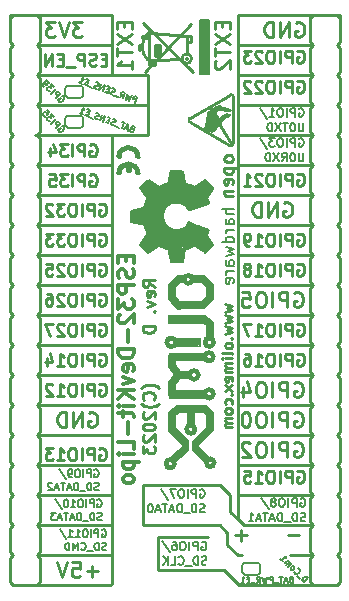
<source format=gbr>
G04 #@! TF.GenerationSoftware,KiCad,Pcbnew,5.1.0-rc2-unknown-036be7d~80~ubuntu16.04.1*
G04 #@! TF.CreationDate,2023-10-02T14:06:35+03:00*
G04 #@! TF.ProjectId,ESP32-DevKit-Lipo_Rev_D,45535033-322d-4446-9576-4b69742d4c69,D*
G04 #@! TF.SameCoordinates,Original*
G04 #@! TF.FileFunction,Legend,Bot*
G04 #@! TF.FilePolarity,Positive*
%FSLAX46Y46*%
G04 Gerber Fmt 4.6, Leading zero omitted, Abs format (unit mm)*
G04 Created by KiCad (PCBNEW 5.1.0-rc2-unknown-036be7d~80~ubuntu16.04.1) date 2023-10-02 14:06:35*
%MOMM*%
%LPD*%
G04 APERTURE LIST*
%ADD10C,0.254000*%
%ADD11C,0.222250*%
%ADD12C,0.177800*%
%ADD13C,0.158750*%
%ADD14C,0.139700*%
%ADD15C,0.317500*%
%ADD16C,0.300000*%
%ADD17C,0.152400*%
%ADD18C,0.150000*%
%ADD19C,0.050000*%
%ADD20C,0.370000*%
%ADD21C,1.000000*%
%ADD22C,0.380000*%
%ADD23C,0.400000*%
%ADD24C,0.420000*%
%ADD25C,0.127000*%
%ADD26C,0.700000*%
%ADD27C,0.500000*%
%ADD28C,0.100000*%
%ADD29C,0.180000*%
G04 APERTURE END LIST*
D10*
X142197666Y-102694619D02*
X142149285Y-102646238D01*
X142004142Y-102549476D01*
X141907380Y-102501095D01*
X141762238Y-102452714D01*
X141520333Y-102404333D01*
X141326809Y-102404333D01*
X141084904Y-102452714D01*
X140939761Y-102501095D01*
X140843000Y-102549476D01*
X140697857Y-102646238D01*
X140649476Y-102694619D01*
X141713857Y-103662238D02*
X141762238Y-103613857D01*
X141810619Y-103468714D01*
X141810619Y-103371952D01*
X141762238Y-103226809D01*
X141665476Y-103130047D01*
X141568714Y-103081666D01*
X141375190Y-103033285D01*
X141230047Y-103033285D01*
X141036523Y-103081666D01*
X140939761Y-103130047D01*
X140843000Y-103226809D01*
X140794619Y-103371952D01*
X140794619Y-103468714D01*
X140843000Y-103613857D01*
X140891380Y-103662238D01*
X142197666Y-104000904D02*
X142149285Y-104049285D01*
X142004142Y-104146047D01*
X141907380Y-104194428D01*
X141762238Y-104242809D01*
X141520333Y-104291190D01*
X141326809Y-104291190D01*
X141084904Y-104242809D01*
X140939761Y-104194428D01*
X140843000Y-104146047D01*
X140697857Y-104049285D01*
X140649476Y-104000904D01*
X140891380Y-104726619D02*
X140843000Y-104775000D01*
X140794619Y-104871761D01*
X140794619Y-105113666D01*
X140843000Y-105210428D01*
X140891380Y-105258809D01*
X140988142Y-105307190D01*
X141084904Y-105307190D01*
X141230047Y-105258809D01*
X141810619Y-104678238D01*
X141810619Y-105307190D01*
X140794619Y-105936142D02*
X140794619Y-106032904D01*
X140843000Y-106129666D01*
X140891380Y-106178047D01*
X140988142Y-106226428D01*
X141181666Y-106274809D01*
X141423571Y-106274809D01*
X141617095Y-106226428D01*
X141713857Y-106178047D01*
X141762238Y-106129666D01*
X141810619Y-106032904D01*
X141810619Y-105936142D01*
X141762238Y-105839380D01*
X141713857Y-105791000D01*
X141617095Y-105742619D01*
X141423571Y-105694238D01*
X141181666Y-105694238D01*
X140988142Y-105742619D01*
X140891380Y-105791000D01*
X140843000Y-105839380D01*
X140794619Y-105936142D01*
X140891380Y-106661857D02*
X140843000Y-106710238D01*
X140794619Y-106807000D01*
X140794619Y-107048904D01*
X140843000Y-107145666D01*
X140891380Y-107194047D01*
X140988142Y-107242428D01*
X141084904Y-107242428D01*
X141230047Y-107194047D01*
X141810619Y-106613476D01*
X141810619Y-107242428D01*
X140794619Y-107581095D02*
X140794619Y-108210047D01*
X141181666Y-107871380D01*
X141181666Y-108016523D01*
X141230047Y-108113285D01*
X141278428Y-108161666D01*
X141375190Y-108210047D01*
X141617095Y-108210047D01*
X141713857Y-108161666D01*
X141762238Y-108113285D01*
X141810619Y-108016523D01*
X141810619Y-107726238D01*
X141762238Y-107629476D01*
X141713857Y-107581095D01*
X148209000Y-113157000D02*
X148844000Y-113792000D01*
X148209000Y-111760000D02*
X148209000Y-113157000D01*
X154026809Y-115152714D02*
X153059190Y-115152714D01*
X149581809Y-115152714D02*
X148614190Y-115152714D01*
X149098000Y-115636523D02*
X149098000Y-114668904D01*
X138176000Y-76200000D02*
X138176000Y-71120000D01*
X141224000Y-81280000D02*
X141224000Y-76200000D01*
X148844000Y-116840000D02*
X149225000Y-116840000D01*
X149345618Y-114293618D02*
X148844000Y-113792000D01*
X148844000Y-111760000D02*
X148844000Y-113792000D01*
X147955000Y-114935000D02*
X147955000Y-115951000D01*
X138176000Y-119253000D02*
X138049000Y-119380000D01*
X131826000Y-119380000D02*
X138049000Y-119380000D01*
X131826000Y-71120000D02*
X138176000Y-71120000D01*
X148844000Y-71120000D02*
X155194000Y-71120000D01*
X148971000Y-119380000D02*
X155321000Y-119380000D01*
X142113000Y-115316000D02*
X146304000Y-115316000D01*
X147701000Y-118110000D02*
X148971000Y-119380000D01*
X141810619Y-94113047D02*
X141326809Y-93774380D01*
X141810619Y-93532476D02*
X140794619Y-93532476D01*
X140794619Y-93919523D01*
X140843000Y-94016285D01*
X140891380Y-94064666D01*
X140988142Y-94113047D01*
X141133285Y-94113047D01*
X141230047Y-94064666D01*
X141278428Y-94016285D01*
X141326809Y-93919523D01*
X141326809Y-93532476D01*
X141762238Y-94935523D02*
X141810619Y-94838761D01*
X141810619Y-94645238D01*
X141762238Y-94548476D01*
X141665476Y-94500095D01*
X141278428Y-94500095D01*
X141181666Y-94548476D01*
X141133285Y-94645238D01*
X141133285Y-94838761D01*
X141181666Y-94935523D01*
X141278428Y-94983904D01*
X141375190Y-94983904D01*
X141471952Y-94500095D01*
X141133285Y-95322571D02*
X141810619Y-95564476D01*
X141133285Y-95806380D01*
X141713857Y-96193428D02*
X141762238Y-96241809D01*
X141810619Y-96193428D01*
X141762238Y-96145047D01*
X141713857Y-96193428D01*
X141810619Y-96193428D01*
X141810619Y-97451333D02*
X140794619Y-97451333D01*
X140794619Y-97693238D01*
X140843000Y-97838380D01*
X140939761Y-97935142D01*
X141036523Y-97983523D01*
X141230047Y-98031904D01*
X141375190Y-98031904D01*
X141568714Y-97983523D01*
X141665476Y-97935142D01*
X141762238Y-97838380D01*
X141810619Y-97693238D01*
X141810619Y-97451333D01*
D11*
X147764500Y-95588666D02*
X148357166Y-95758000D01*
X147933833Y-95927333D01*
X148357166Y-96096666D01*
X147764500Y-96266000D01*
X147764500Y-96520000D02*
X148357166Y-96689333D01*
X147933833Y-96858666D01*
X148357166Y-97028000D01*
X147764500Y-97197333D01*
X147764500Y-97451333D02*
X148357166Y-97620666D01*
X147933833Y-97790000D01*
X148357166Y-97959333D01*
X147764500Y-98128666D01*
X148272500Y-98467333D02*
X148314833Y-98509666D01*
X148357166Y-98467333D01*
X148314833Y-98425000D01*
X148272500Y-98467333D01*
X148357166Y-98467333D01*
X148357166Y-99017666D02*
X148314833Y-98933000D01*
X148272500Y-98890666D01*
X148187833Y-98848333D01*
X147933833Y-98848333D01*
X147849166Y-98890666D01*
X147806833Y-98933000D01*
X147764500Y-99017666D01*
X147764500Y-99144666D01*
X147806833Y-99229333D01*
X147849166Y-99271666D01*
X147933833Y-99314000D01*
X148187833Y-99314000D01*
X148272500Y-99271666D01*
X148314833Y-99229333D01*
X148357166Y-99144666D01*
X148357166Y-99017666D01*
X148357166Y-99822000D02*
X148314833Y-99737333D01*
X148230166Y-99695000D01*
X147468166Y-99695000D01*
X148357166Y-100160666D02*
X147764500Y-100160666D01*
X147468166Y-100160666D02*
X147510500Y-100118333D01*
X147552833Y-100160666D01*
X147510500Y-100203000D01*
X147468166Y-100160666D01*
X147552833Y-100160666D01*
X148357166Y-100584000D02*
X147764500Y-100584000D01*
X147849166Y-100584000D02*
X147806833Y-100626333D01*
X147764500Y-100711000D01*
X147764500Y-100838000D01*
X147806833Y-100922666D01*
X147891500Y-100965000D01*
X148357166Y-100965000D01*
X147891500Y-100965000D02*
X147806833Y-101007333D01*
X147764500Y-101092000D01*
X147764500Y-101219000D01*
X147806833Y-101303666D01*
X147891500Y-101346000D01*
X148357166Y-101346000D01*
X148314833Y-102108000D02*
X148357166Y-102023333D01*
X148357166Y-101854000D01*
X148314833Y-101769333D01*
X148230166Y-101727000D01*
X147891500Y-101727000D01*
X147806833Y-101769333D01*
X147764500Y-101854000D01*
X147764500Y-102023333D01*
X147806833Y-102108000D01*
X147891500Y-102150333D01*
X147976166Y-102150333D01*
X148060833Y-101727000D01*
X148357166Y-102446666D02*
X147764500Y-102912333D01*
X147764500Y-102446666D02*
X148357166Y-102912333D01*
X148272500Y-103251000D02*
X148314833Y-103293333D01*
X148357166Y-103251000D01*
X148314833Y-103208666D01*
X148272500Y-103251000D01*
X148357166Y-103251000D01*
X148314833Y-104055333D02*
X148357166Y-103970666D01*
X148357166Y-103801333D01*
X148314833Y-103716666D01*
X148272500Y-103674333D01*
X148187833Y-103632000D01*
X147933833Y-103632000D01*
X147849166Y-103674333D01*
X147806833Y-103716666D01*
X147764500Y-103801333D01*
X147764500Y-103970666D01*
X147806833Y-104055333D01*
X148357166Y-104563333D02*
X148314833Y-104478666D01*
X148272500Y-104436333D01*
X148187833Y-104394000D01*
X147933833Y-104394000D01*
X147849166Y-104436333D01*
X147806833Y-104478666D01*
X147764500Y-104563333D01*
X147764500Y-104690333D01*
X147806833Y-104775000D01*
X147849166Y-104817333D01*
X147933833Y-104859666D01*
X148187833Y-104859666D01*
X148272500Y-104817333D01*
X148314833Y-104775000D01*
X148357166Y-104690333D01*
X148357166Y-104563333D01*
X148357166Y-105240666D02*
X147764500Y-105240666D01*
X147849166Y-105240666D02*
X147806833Y-105283000D01*
X147764500Y-105367666D01*
X147764500Y-105494666D01*
X147806833Y-105579333D01*
X147891500Y-105621666D01*
X148357166Y-105621666D01*
X147891500Y-105621666D02*
X147806833Y-105664000D01*
X147764500Y-105748666D01*
X147764500Y-105875666D01*
X147806833Y-105960333D01*
X147891500Y-106002666D01*
X148357166Y-106002666D01*
D10*
X140843000Y-114300000D02*
X147326382Y-114300000D01*
X140843000Y-110871000D02*
X140843000Y-114300000D01*
X147320000Y-110871000D02*
X140843000Y-110871000D01*
X148209000Y-111760000D02*
X147320000Y-110871000D01*
X147955000Y-114935000D02*
X147326382Y-114306382D01*
D12*
X154155563Y-112052100D02*
X154223296Y-112018233D01*
X154324896Y-112018233D01*
X154426496Y-112052100D01*
X154494230Y-112119833D01*
X154528096Y-112187566D01*
X154561963Y-112323033D01*
X154561963Y-112424633D01*
X154528096Y-112560100D01*
X154494230Y-112627833D01*
X154426496Y-112695566D01*
X154324896Y-112729433D01*
X154257163Y-112729433D01*
X154155563Y-112695566D01*
X154121696Y-112661700D01*
X154121696Y-112424633D01*
X154257163Y-112424633D01*
X153816896Y-112729433D02*
X153816896Y-112018233D01*
X153545963Y-112018233D01*
X153478230Y-112052100D01*
X153444363Y-112085966D01*
X153410496Y-112153700D01*
X153410496Y-112255300D01*
X153444363Y-112323033D01*
X153478230Y-112356900D01*
X153545963Y-112390766D01*
X153816896Y-112390766D01*
X153105696Y-112729433D02*
X153105696Y-112018233D01*
X152631563Y-112018233D02*
X152496096Y-112018233D01*
X152428363Y-112052100D01*
X152360630Y-112119833D01*
X152326763Y-112255300D01*
X152326763Y-112492366D01*
X152360630Y-112627833D01*
X152428363Y-112695566D01*
X152496096Y-112729433D01*
X152631563Y-112729433D01*
X152699296Y-112695566D01*
X152767030Y-112627833D01*
X152800896Y-112492366D01*
X152800896Y-112255300D01*
X152767030Y-112119833D01*
X152699296Y-112052100D01*
X152631563Y-112018233D01*
X151920363Y-112323033D02*
X151988096Y-112289166D01*
X152021963Y-112255300D01*
X152055830Y-112187566D01*
X152055830Y-112153700D01*
X152021963Y-112085966D01*
X151988096Y-112052100D01*
X151920363Y-112018233D01*
X151784896Y-112018233D01*
X151717163Y-112052100D01*
X151683296Y-112085966D01*
X151649430Y-112153700D01*
X151649430Y-112187566D01*
X151683296Y-112255300D01*
X151717163Y-112289166D01*
X151784896Y-112323033D01*
X151920363Y-112323033D01*
X151988096Y-112356900D01*
X152021963Y-112390766D01*
X152055830Y-112458500D01*
X152055830Y-112593966D01*
X152021963Y-112661700D01*
X151988096Y-112695566D01*
X151920363Y-112729433D01*
X151784896Y-112729433D01*
X151717163Y-112695566D01*
X151683296Y-112661700D01*
X151649430Y-112593966D01*
X151649430Y-112458500D01*
X151683296Y-112390766D01*
X151717163Y-112356900D01*
X151784896Y-112323033D01*
X150836630Y-111984366D02*
X151446230Y-112898766D01*
X154561963Y-113940166D02*
X154460363Y-113974033D01*
X154291030Y-113974033D01*
X154223296Y-113940166D01*
X154189430Y-113906300D01*
X154155563Y-113838566D01*
X154155563Y-113770833D01*
X154189430Y-113703100D01*
X154223296Y-113669233D01*
X154291030Y-113635366D01*
X154426496Y-113601500D01*
X154494230Y-113567633D01*
X154528096Y-113533766D01*
X154561963Y-113466033D01*
X154561963Y-113398300D01*
X154528096Y-113330566D01*
X154494230Y-113296700D01*
X154426496Y-113262833D01*
X154257163Y-113262833D01*
X154155563Y-113296700D01*
X153850763Y-113974033D02*
X153850763Y-113262833D01*
X153681430Y-113262833D01*
X153579830Y-113296700D01*
X153512096Y-113364433D01*
X153478230Y-113432166D01*
X153444363Y-113567633D01*
X153444363Y-113669233D01*
X153478230Y-113804700D01*
X153512096Y-113872433D01*
X153579830Y-113940166D01*
X153681430Y-113974033D01*
X153850763Y-113974033D01*
X153308896Y-114041766D02*
X152767030Y-114041766D01*
X152597696Y-113974033D02*
X152597696Y-113262833D01*
X152428363Y-113262833D01*
X152326763Y-113296700D01*
X152259030Y-113364433D01*
X152225163Y-113432166D01*
X152191296Y-113567633D01*
X152191296Y-113669233D01*
X152225163Y-113804700D01*
X152259030Y-113872433D01*
X152326763Y-113940166D01*
X152428363Y-113974033D01*
X152597696Y-113974033D01*
X151920363Y-113770833D02*
X151581696Y-113770833D01*
X151988096Y-113974033D02*
X151751030Y-113262833D01*
X151513963Y-113974033D01*
X151378496Y-113262833D02*
X150972096Y-113262833D01*
X151175296Y-113974033D02*
X151175296Y-113262833D01*
X150768896Y-113770833D02*
X150430230Y-113770833D01*
X150836630Y-113974033D02*
X150599563Y-113262833D01*
X150362496Y-113974033D01*
X149752896Y-113974033D02*
X150159296Y-113974033D01*
X149956096Y-113974033D02*
X149956096Y-113262833D01*
X150023830Y-113364433D01*
X150091563Y-113432166D01*
X150159296Y-113466033D01*
D10*
X142113000Y-115316000D02*
X142113000Y-118110000D01*
X147701000Y-118110000D02*
X142113000Y-118110000D01*
X148844000Y-116840000D02*
X147955000Y-115951000D01*
D12*
X145773563Y-115735100D02*
X145841296Y-115701233D01*
X145942896Y-115701233D01*
X146044496Y-115735100D01*
X146112230Y-115802833D01*
X146146096Y-115870566D01*
X146179963Y-116006033D01*
X146179963Y-116107633D01*
X146146096Y-116243100D01*
X146112230Y-116310833D01*
X146044496Y-116378566D01*
X145942896Y-116412433D01*
X145875163Y-116412433D01*
X145773563Y-116378566D01*
X145739696Y-116344700D01*
X145739696Y-116107633D01*
X145875163Y-116107633D01*
X145434896Y-116412433D02*
X145434896Y-115701233D01*
X145163963Y-115701233D01*
X145096230Y-115735100D01*
X145062363Y-115768966D01*
X145028496Y-115836700D01*
X145028496Y-115938300D01*
X145062363Y-116006033D01*
X145096230Y-116039900D01*
X145163963Y-116073766D01*
X145434896Y-116073766D01*
X144723696Y-116412433D02*
X144723696Y-115701233D01*
X144249563Y-115701233D02*
X144114096Y-115701233D01*
X144046363Y-115735100D01*
X143978630Y-115802833D01*
X143944763Y-115938300D01*
X143944763Y-116175366D01*
X143978630Y-116310833D01*
X144046363Y-116378566D01*
X144114096Y-116412433D01*
X144249563Y-116412433D01*
X144317296Y-116378566D01*
X144385030Y-116310833D01*
X144418896Y-116175366D01*
X144418896Y-115938300D01*
X144385030Y-115802833D01*
X144317296Y-115735100D01*
X144249563Y-115701233D01*
X143335163Y-115701233D02*
X143470630Y-115701233D01*
X143538363Y-115735100D01*
X143572230Y-115768966D01*
X143639963Y-115870566D01*
X143673830Y-116006033D01*
X143673830Y-116276966D01*
X143639963Y-116344700D01*
X143606096Y-116378566D01*
X143538363Y-116412433D01*
X143402896Y-116412433D01*
X143335163Y-116378566D01*
X143301296Y-116344700D01*
X143267430Y-116276966D01*
X143267430Y-116107633D01*
X143301296Y-116039900D01*
X143335163Y-116006033D01*
X143402896Y-115972166D01*
X143538363Y-115972166D01*
X143606096Y-116006033D01*
X143639963Y-116039900D01*
X143673830Y-116107633D01*
X142454630Y-115667366D02*
X143064230Y-116581766D01*
X146179963Y-117623166D02*
X146078363Y-117657033D01*
X145909030Y-117657033D01*
X145841296Y-117623166D01*
X145807430Y-117589300D01*
X145773563Y-117521566D01*
X145773563Y-117453833D01*
X145807430Y-117386100D01*
X145841296Y-117352233D01*
X145909030Y-117318366D01*
X146044496Y-117284500D01*
X146112230Y-117250633D01*
X146146096Y-117216766D01*
X146179963Y-117149033D01*
X146179963Y-117081300D01*
X146146096Y-117013566D01*
X146112230Y-116979700D01*
X146044496Y-116945833D01*
X145875163Y-116945833D01*
X145773563Y-116979700D01*
X145468763Y-117657033D02*
X145468763Y-116945833D01*
X145299430Y-116945833D01*
X145197830Y-116979700D01*
X145130096Y-117047433D01*
X145096230Y-117115166D01*
X145062363Y-117250633D01*
X145062363Y-117352233D01*
X145096230Y-117487700D01*
X145130096Y-117555433D01*
X145197830Y-117623166D01*
X145299430Y-117657033D01*
X145468763Y-117657033D01*
X144926896Y-117724766D02*
X144385030Y-117724766D01*
X143809296Y-117589300D02*
X143843163Y-117623166D01*
X143944763Y-117657033D01*
X144012496Y-117657033D01*
X144114096Y-117623166D01*
X144181830Y-117555433D01*
X144215696Y-117487700D01*
X144249563Y-117352233D01*
X144249563Y-117250633D01*
X144215696Y-117115166D01*
X144181830Y-117047433D01*
X144114096Y-116979700D01*
X144012496Y-116945833D01*
X143944763Y-116945833D01*
X143843163Y-116979700D01*
X143809296Y-117013566D01*
X143165830Y-117657033D02*
X143504496Y-117657033D01*
X143504496Y-116945833D01*
X142928763Y-117657033D02*
X142928763Y-116945833D01*
X142522363Y-117657033D02*
X142827163Y-117250633D01*
X142522363Y-116945833D02*
X142928763Y-117352233D01*
X145646563Y-111290100D02*
X145714296Y-111256233D01*
X145815896Y-111256233D01*
X145917496Y-111290100D01*
X145985230Y-111357833D01*
X146019096Y-111425566D01*
X146052963Y-111561033D01*
X146052963Y-111662633D01*
X146019096Y-111798100D01*
X145985230Y-111865833D01*
X145917496Y-111933566D01*
X145815896Y-111967433D01*
X145748163Y-111967433D01*
X145646563Y-111933566D01*
X145612696Y-111899700D01*
X145612696Y-111662633D01*
X145748163Y-111662633D01*
X145307896Y-111967433D02*
X145307896Y-111256233D01*
X145036963Y-111256233D01*
X144969230Y-111290100D01*
X144935363Y-111323966D01*
X144901496Y-111391700D01*
X144901496Y-111493300D01*
X144935363Y-111561033D01*
X144969230Y-111594900D01*
X145036963Y-111628766D01*
X145307896Y-111628766D01*
X144596696Y-111967433D02*
X144596696Y-111256233D01*
X144122563Y-111256233D02*
X143987096Y-111256233D01*
X143919363Y-111290100D01*
X143851630Y-111357833D01*
X143817763Y-111493300D01*
X143817763Y-111730366D01*
X143851630Y-111865833D01*
X143919363Y-111933566D01*
X143987096Y-111967433D01*
X144122563Y-111967433D01*
X144190296Y-111933566D01*
X144258030Y-111865833D01*
X144291896Y-111730366D01*
X144291896Y-111493300D01*
X144258030Y-111357833D01*
X144190296Y-111290100D01*
X144122563Y-111256233D01*
X143580696Y-111256233D02*
X143106563Y-111256233D01*
X143411363Y-111967433D01*
X142327630Y-111222366D02*
X142937230Y-112136766D01*
X146052963Y-113178166D02*
X145951363Y-113212033D01*
X145782030Y-113212033D01*
X145714296Y-113178166D01*
X145680430Y-113144300D01*
X145646563Y-113076566D01*
X145646563Y-113008833D01*
X145680430Y-112941100D01*
X145714296Y-112907233D01*
X145782030Y-112873366D01*
X145917496Y-112839500D01*
X145985230Y-112805633D01*
X146019096Y-112771766D01*
X146052963Y-112704033D01*
X146052963Y-112636300D01*
X146019096Y-112568566D01*
X145985230Y-112534700D01*
X145917496Y-112500833D01*
X145748163Y-112500833D01*
X145646563Y-112534700D01*
X145341763Y-113212033D02*
X145341763Y-112500833D01*
X145172430Y-112500833D01*
X145070830Y-112534700D01*
X145003096Y-112602433D01*
X144969230Y-112670166D01*
X144935363Y-112805633D01*
X144935363Y-112907233D01*
X144969230Y-113042700D01*
X145003096Y-113110433D01*
X145070830Y-113178166D01*
X145172430Y-113212033D01*
X145341763Y-113212033D01*
X144799896Y-113279766D02*
X144258030Y-113279766D01*
X144088696Y-113212033D02*
X144088696Y-112500833D01*
X143919363Y-112500833D01*
X143817763Y-112534700D01*
X143750030Y-112602433D01*
X143716163Y-112670166D01*
X143682296Y-112805633D01*
X143682296Y-112907233D01*
X143716163Y-113042700D01*
X143750030Y-113110433D01*
X143817763Y-113178166D01*
X143919363Y-113212033D01*
X144088696Y-113212033D01*
X143411363Y-113008833D02*
X143072696Y-113008833D01*
X143479096Y-113212033D02*
X143242030Y-112500833D01*
X143004963Y-113212033D01*
X142869496Y-112500833D02*
X142463096Y-112500833D01*
X142666296Y-113212033D02*
X142666296Y-112500833D01*
X142259896Y-113008833D02*
X141921230Y-113008833D01*
X142327630Y-113212033D02*
X142090563Y-112500833D01*
X141853496Y-113212033D01*
X141480963Y-112500833D02*
X141413230Y-112500833D01*
X141345496Y-112534700D01*
X141311630Y-112568566D01*
X141277763Y-112636300D01*
X141243896Y-112771766D01*
X141243896Y-112941100D01*
X141277763Y-113076566D01*
X141311630Y-113144300D01*
X141345496Y-113178166D01*
X141413230Y-113212033D01*
X141480963Y-113212033D01*
X141548696Y-113178166D01*
X141582563Y-113144300D01*
X141616430Y-113076566D01*
X141650296Y-112941100D01*
X141650296Y-112771766D01*
X141616430Y-112636300D01*
X141582563Y-112568566D01*
X141548696Y-112534700D01*
X141480963Y-112500833D01*
D10*
X153875619Y-109728000D02*
X153972380Y-109679619D01*
X154117523Y-109679619D01*
X154262666Y-109728000D01*
X154359428Y-109824761D01*
X154407809Y-109921523D01*
X154456190Y-110115047D01*
X154456190Y-110260190D01*
X154407809Y-110453714D01*
X154359428Y-110550476D01*
X154262666Y-110647238D01*
X154117523Y-110695619D01*
X154020761Y-110695619D01*
X153875619Y-110647238D01*
X153827238Y-110598857D01*
X153827238Y-110260190D01*
X154020761Y-110260190D01*
X153391809Y-110695619D02*
X153391809Y-109679619D01*
X153004761Y-109679619D01*
X152908000Y-109728000D01*
X152859619Y-109776380D01*
X152811238Y-109873142D01*
X152811238Y-110018285D01*
X152859619Y-110115047D01*
X152908000Y-110163428D01*
X153004761Y-110211809D01*
X153391809Y-110211809D01*
X152375809Y-110695619D02*
X152375809Y-109679619D01*
X151698476Y-109679619D02*
X151504952Y-109679619D01*
X151408190Y-109728000D01*
X151311428Y-109824761D01*
X151263047Y-110018285D01*
X151263047Y-110356952D01*
X151311428Y-110550476D01*
X151408190Y-110647238D01*
X151504952Y-110695619D01*
X151698476Y-110695619D01*
X151795238Y-110647238D01*
X151892000Y-110550476D01*
X151940380Y-110356952D01*
X151940380Y-110018285D01*
X151892000Y-109824761D01*
X151795238Y-109728000D01*
X151698476Y-109679619D01*
X150295428Y-110695619D02*
X150876000Y-110695619D01*
X150585714Y-110695619D02*
X150585714Y-109679619D01*
X150682476Y-109824761D01*
X150779238Y-109921523D01*
X150876000Y-109969904D01*
X149376190Y-109679619D02*
X149860000Y-109679619D01*
X149908380Y-110163428D01*
X149860000Y-110115047D01*
X149763238Y-110066666D01*
X149521333Y-110066666D01*
X149424571Y-110115047D01*
X149376190Y-110163428D01*
X149327809Y-110260190D01*
X149327809Y-110502095D01*
X149376190Y-110598857D01*
X149424571Y-110647238D01*
X149521333Y-110695619D01*
X149763238Y-110695619D01*
X149860000Y-110647238D01*
X149908380Y-110598857D01*
X153639761Y-107315000D02*
X153760714Y-107254523D01*
X153942142Y-107254523D01*
X154123571Y-107315000D01*
X154244523Y-107435952D01*
X154305000Y-107556904D01*
X154365476Y-107798809D01*
X154365476Y-107980238D01*
X154305000Y-108222142D01*
X154244523Y-108343095D01*
X154123571Y-108464047D01*
X153942142Y-108524523D01*
X153821190Y-108524523D01*
X153639761Y-108464047D01*
X153579285Y-108403571D01*
X153579285Y-107980238D01*
X153821190Y-107980238D01*
X153035000Y-108524523D02*
X153035000Y-107254523D01*
X152551190Y-107254523D01*
X152430238Y-107315000D01*
X152369761Y-107375476D01*
X152309285Y-107496428D01*
X152309285Y-107677857D01*
X152369761Y-107798809D01*
X152430238Y-107859285D01*
X152551190Y-107919761D01*
X153035000Y-107919761D01*
X151765000Y-108524523D02*
X151765000Y-107254523D01*
X150918333Y-107254523D02*
X150676428Y-107254523D01*
X150555476Y-107315000D01*
X150434523Y-107435952D01*
X150374047Y-107677857D01*
X150374047Y-108101190D01*
X150434523Y-108343095D01*
X150555476Y-108464047D01*
X150676428Y-108524523D01*
X150918333Y-108524523D01*
X151039285Y-108464047D01*
X151160238Y-108343095D01*
X151220714Y-108101190D01*
X151220714Y-107677857D01*
X151160238Y-107435952D01*
X151039285Y-107315000D01*
X150918333Y-107254523D01*
X149890238Y-107375476D02*
X149829761Y-107315000D01*
X149708809Y-107254523D01*
X149406428Y-107254523D01*
X149285476Y-107315000D01*
X149225000Y-107375476D01*
X149164523Y-107496428D01*
X149164523Y-107617380D01*
X149225000Y-107798809D01*
X149950714Y-108524523D01*
X149164523Y-108524523D01*
X153639761Y-104775000D02*
X153760714Y-104714523D01*
X153942142Y-104714523D01*
X154123571Y-104775000D01*
X154244523Y-104895952D01*
X154305000Y-105016904D01*
X154365476Y-105258809D01*
X154365476Y-105440238D01*
X154305000Y-105682142D01*
X154244523Y-105803095D01*
X154123571Y-105924047D01*
X153942142Y-105984523D01*
X153821190Y-105984523D01*
X153639761Y-105924047D01*
X153579285Y-105863571D01*
X153579285Y-105440238D01*
X153821190Y-105440238D01*
X153035000Y-105984523D02*
X153035000Y-104714523D01*
X152551190Y-104714523D01*
X152430238Y-104775000D01*
X152369761Y-104835476D01*
X152309285Y-104956428D01*
X152309285Y-105137857D01*
X152369761Y-105258809D01*
X152430238Y-105319285D01*
X152551190Y-105379761D01*
X153035000Y-105379761D01*
X151765000Y-105984523D02*
X151765000Y-104714523D01*
X150918333Y-104714523D02*
X150676428Y-104714523D01*
X150555476Y-104775000D01*
X150434523Y-104895952D01*
X150374047Y-105137857D01*
X150374047Y-105561190D01*
X150434523Y-105803095D01*
X150555476Y-105924047D01*
X150676428Y-105984523D01*
X150918333Y-105984523D01*
X151039285Y-105924047D01*
X151160238Y-105803095D01*
X151220714Y-105561190D01*
X151220714Y-105137857D01*
X151160238Y-104895952D01*
X151039285Y-104775000D01*
X150918333Y-104714523D01*
X149587857Y-104714523D02*
X149466904Y-104714523D01*
X149345952Y-104775000D01*
X149285476Y-104835476D01*
X149225000Y-104956428D01*
X149164523Y-105198333D01*
X149164523Y-105500714D01*
X149225000Y-105742619D01*
X149285476Y-105863571D01*
X149345952Y-105924047D01*
X149466904Y-105984523D01*
X149587857Y-105984523D01*
X149708809Y-105924047D01*
X149769285Y-105863571D01*
X149829761Y-105742619D01*
X149890238Y-105500714D01*
X149890238Y-105198333D01*
X149829761Y-104956428D01*
X149769285Y-104835476D01*
X149708809Y-104775000D01*
X149587857Y-104714523D01*
X153639761Y-102235000D02*
X153760714Y-102174523D01*
X153942142Y-102174523D01*
X154123571Y-102235000D01*
X154244523Y-102355952D01*
X154305000Y-102476904D01*
X154365476Y-102718809D01*
X154365476Y-102900238D01*
X154305000Y-103142142D01*
X154244523Y-103263095D01*
X154123571Y-103384047D01*
X153942142Y-103444523D01*
X153821190Y-103444523D01*
X153639761Y-103384047D01*
X153579285Y-103323571D01*
X153579285Y-102900238D01*
X153821190Y-102900238D01*
X153035000Y-103444523D02*
X153035000Y-102174523D01*
X152551190Y-102174523D01*
X152430238Y-102235000D01*
X152369761Y-102295476D01*
X152309285Y-102416428D01*
X152309285Y-102597857D01*
X152369761Y-102718809D01*
X152430238Y-102779285D01*
X152551190Y-102839761D01*
X153035000Y-102839761D01*
X151765000Y-103444523D02*
X151765000Y-102174523D01*
X150918333Y-102174523D02*
X150676428Y-102174523D01*
X150555476Y-102235000D01*
X150434523Y-102355952D01*
X150374047Y-102597857D01*
X150374047Y-103021190D01*
X150434523Y-103263095D01*
X150555476Y-103384047D01*
X150676428Y-103444523D01*
X150918333Y-103444523D01*
X151039285Y-103384047D01*
X151160238Y-103263095D01*
X151220714Y-103021190D01*
X151220714Y-102597857D01*
X151160238Y-102355952D01*
X151039285Y-102235000D01*
X150918333Y-102174523D01*
X149285476Y-102597857D02*
X149285476Y-103444523D01*
X149587857Y-102114047D02*
X149890238Y-103021190D01*
X149104047Y-103021190D01*
X153875619Y-99822000D02*
X153972380Y-99773619D01*
X154117523Y-99773619D01*
X154262666Y-99822000D01*
X154359428Y-99918761D01*
X154407809Y-100015523D01*
X154456190Y-100209047D01*
X154456190Y-100354190D01*
X154407809Y-100547714D01*
X154359428Y-100644476D01*
X154262666Y-100741238D01*
X154117523Y-100789619D01*
X154020761Y-100789619D01*
X153875619Y-100741238D01*
X153827238Y-100692857D01*
X153827238Y-100354190D01*
X154020761Y-100354190D01*
X153391809Y-100789619D02*
X153391809Y-99773619D01*
X153004761Y-99773619D01*
X152908000Y-99822000D01*
X152859619Y-99870380D01*
X152811238Y-99967142D01*
X152811238Y-100112285D01*
X152859619Y-100209047D01*
X152908000Y-100257428D01*
X153004761Y-100305809D01*
X153391809Y-100305809D01*
X152375809Y-100789619D02*
X152375809Y-99773619D01*
X151698476Y-99773619D02*
X151504952Y-99773619D01*
X151408190Y-99822000D01*
X151311428Y-99918761D01*
X151263047Y-100112285D01*
X151263047Y-100450952D01*
X151311428Y-100644476D01*
X151408190Y-100741238D01*
X151504952Y-100789619D01*
X151698476Y-100789619D01*
X151795238Y-100741238D01*
X151892000Y-100644476D01*
X151940380Y-100450952D01*
X151940380Y-100112285D01*
X151892000Y-99918761D01*
X151795238Y-99822000D01*
X151698476Y-99773619D01*
X150295428Y-100789619D02*
X150876000Y-100789619D01*
X150585714Y-100789619D02*
X150585714Y-99773619D01*
X150682476Y-99918761D01*
X150779238Y-100015523D01*
X150876000Y-100063904D01*
X149424571Y-99773619D02*
X149618095Y-99773619D01*
X149714857Y-99822000D01*
X149763238Y-99870380D01*
X149860000Y-100015523D01*
X149908380Y-100209047D01*
X149908380Y-100596095D01*
X149860000Y-100692857D01*
X149811619Y-100741238D01*
X149714857Y-100789619D01*
X149521333Y-100789619D01*
X149424571Y-100741238D01*
X149376190Y-100692857D01*
X149327809Y-100596095D01*
X149327809Y-100354190D01*
X149376190Y-100257428D01*
X149424571Y-100209047D01*
X149521333Y-100160666D01*
X149714857Y-100160666D01*
X149811619Y-100209047D01*
X149860000Y-100257428D01*
X149908380Y-100354190D01*
X153875619Y-97282000D02*
X153972380Y-97233619D01*
X154117523Y-97233619D01*
X154262666Y-97282000D01*
X154359428Y-97378761D01*
X154407809Y-97475523D01*
X154456190Y-97669047D01*
X154456190Y-97814190D01*
X154407809Y-98007714D01*
X154359428Y-98104476D01*
X154262666Y-98201238D01*
X154117523Y-98249619D01*
X154020761Y-98249619D01*
X153875619Y-98201238D01*
X153827238Y-98152857D01*
X153827238Y-97814190D01*
X154020761Y-97814190D01*
X153391809Y-98249619D02*
X153391809Y-97233619D01*
X153004761Y-97233619D01*
X152908000Y-97282000D01*
X152859619Y-97330380D01*
X152811238Y-97427142D01*
X152811238Y-97572285D01*
X152859619Y-97669047D01*
X152908000Y-97717428D01*
X153004761Y-97765809D01*
X153391809Y-97765809D01*
X152375809Y-98249619D02*
X152375809Y-97233619D01*
X151698476Y-97233619D02*
X151504952Y-97233619D01*
X151408190Y-97282000D01*
X151311428Y-97378761D01*
X151263047Y-97572285D01*
X151263047Y-97910952D01*
X151311428Y-98104476D01*
X151408190Y-98201238D01*
X151504952Y-98249619D01*
X151698476Y-98249619D01*
X151795238Y-98201238D01*
X151892000Y-98104476D01*
X151940380Y-97910952D01*
X151940380Y-97572285D01*
X151892000Y-97378761D01*
X151795238Y-97282000D01*
X151698476Y-97233619D01*
X150295428Y-98249619D02*
X150876000Y-98249619D01*
X150585714Y-98249619D02*
X150585714Y-97233619D01*
X150682476Y-97378761D01*
X150779238Y-97475523D01*
X150876000Y-97523904D01*
X149956761Y-97233619D02*
X149279428Y-97233619D01*
X149714857Y-98249619D01*
X153639761Y-94615000D02*
X153760714Y-94554523D01*
X153942142Y-94554523D01*
X154123571Y-94615000D01*
X154244523Y-94735952D01*
X154305000Y-94856904D01*
X154365476Y-95098809D01*
X154365476Y-95280238D01*
X154305000Y-95522142D01*
X154244523Y-95643095D01*
X154123571Y-95764047D01*
X153942142Y-95824523D01*
X153821190Y-95824523D01*
X153639761Y-95764047D01*
X153579285Y-95703571D01*
X153579285Y-95280238D01*
X153821190Y-95280238D01*
X153035000Y-95824523D02*
X153035000Y-94554523D01*
X152551190Y-94554523D01*
X152430238Y-94615000D01*
X152369761Y-94675476D01*
X152309285Y-94796428D01*
X152309285Y-94977857D01*
X152369761Y-95098809D01*
X152430238Y-95159285D01*
X152551190Y-95219761D01*
X153035000Y-95219761D01*
X151765000Y-95824523D02*
X151765000Y-94554523D01*
X150918333Y-94554523D02*
X150676428Y-94554523D01*
X150555476Y-94615000D01*
X150434523Y-94735952D01*
X150374047Y-94977857D01*
X150374047Y-95401190D01*
X150434523Y-95643095D01*
X150555476Y-95764047D01*
X150676428Y-95824523D01*
X150918333Y-95824523D01*
X151039285Y-95764047D01*
X151160238Y-95643095D01*
X151220714Y-95401190D01*
X151220714Y-94977857D01*
X151160238Y-94735952D01*
X151039285Y-94615000D01*
X150918333Y-94554523D01*
X149225000Y-94554523D02*
X149829761Y-94554523D01*
X149890238Y-95159285D01*
X149829761Y-95098809D01*
X149708809Y-95038333D01*
X149406428Y-95038333D01*
X149285476Y-95098809D01*
X149225000Y-95159285D01*
X149164523Y-95280238D01*
X149164523Y-95582619D01*
X149225000Y-95703571D01*
X149285476Y-95764047D01*
X149406428Y-95824523D01*
X149708809Y-95824523D01*
X149829761Y-95764047D01*
X149890238Y-95703571D01*
X153875619Y-92202000D02*
X153972380Y-92153619D01*
X154117523Y-92153619D01*
X154262666Y-92202000D01*
X154359428Y-92298761D01*
X154407809Y-92395523D01*
X154456190Y-92589047D01*
X154456190Y-92734190D01*
X154407809Y-92927714D01*
X154359428Y-93024476D01*
X154262666Y-93121238D01*
X154117523Y-93169619D01*
X154020761Y-93169619D01*
X153875619Y-93121238D01*
X153827238Y-93072857D01*
X153827238Y-92734190D01*
X154020761Y-92734190D01*
X153391809Y-93169619D02*
X153391809Y-92153619D01*
X153004761Y-92153619D01*
X152908000Y-92202000D01*
X152859619Y-92250380D01*
X152811238Y-92347142D01*
X152811238Y-92492285D01*
X152859619Y-92589047D01*
X152908000Y-92637428D01*
X153004761Y-92685809D01*
X153391809Y-92685809D01*
X152375809Y-93169619D02*
X152375809Y-92153619D01*
X151698476Y-92153619D02*
X151504952Y-92153619D01*
X151408190Y-92202000D01*
X151311428Y-92298761D01*
X151263047Y-92492285D01*
X151263047Y-92830952D01*
X151311428Y-93024476D01*
X151408190Y-93121238D01*
X151504952Y-93169619D01*
X151698476Y-93169619D01*
X151795238Y-93121238D01*
X151892000Y-93024476D01*
X151940380Y-92830952D01*
X151940380Y-92492285D01*
X151892000Y-92298761D01*
X151795238Y-92202000D01*
X151698476Y-92153619D01*
X150295428Y-93169619D02*
X150876000Y-93169619D01*
X150585714Y-93169619D02*
X150585714Y-92153619D01*
X150682476Y-92298761D01*
X150779238Y-92395523D01*
X150876000Y-92443904D01*
X149714857Y-92589047D02*
X149811619Y-92540666D01*
X149860000Y-92492285D01*
X149908380Y-92395523D01*
X149908380Y-92347142D01*
X149860000Y-92250380D01*
X149811619Y-92202000D01*
X149714857Y-92153619D01*
X149521333Y-92153619D01*
X149424571Y-92202000D01*
X149376190Y-92250380D01*
X149327809Y-92347142D01*
X149327809Y-92395523D01*
X149376190Y-92492285D01*
X149424571Y-92540666D01*
X149521333Y-92589047D01*
X149714857Y-92589047D01*
X149811619Y-92637428D01*
X149860000Y-92685809D01*
X149908380Y-92782571D01*
X149908380Y-92976095D01*
X149860000Y-93072857D01*
X149811619Y-93121238D01*
X149714857Y-93169619D01*
X149521333Y-93169619D01*
X149424571Y-93121238D01*
X149376190Y-93072857D01*
X149327809Y-92976095D01*
X149327809Y-92782571D01*
X149376190Y-92685809D01*
X149424571Y-92637428D01*
X149521333Y-92589047D01*
X153875619Y-89662000D02*
X153972380Y-89613619D01*
X154117523Y-89613619D01*
X154262666Y-89662000D01*
X154359428Y-89758761D01*
X154407809Y-89855523D01*
X154456190Y-90049047D01*
X154456190Y-90194190D01*
X154407809Y-90387714D01*
X154359428Y-90484476D01*
X154262666Y-90581238D01*
X154117523Y-90629619D01*
X154020761Y-90629619D01*
X153875619Y-90581238D01*
X153827238Y-90532857D01*
X153827238Y-90194190D01*
X154020761Y-90194190D01*
X153391809Y-90629619D02*
X153391809Y-89613619D01*
X153004761Y-89613619D01*
X152908000Y-89662000D01*
X152859619Y-89710380D01*
X152811238Y-89807142D01*
X152811238Y-89952285D01*
X152859619Y-90049047D01*
X152908000Y-90097428D01*
X153004761Y-90145809D01*
X153391809Y-90145809D01*
X152375809Y-90629619D02*
X152375809Y-89613619D01*
X151698476Y-89613619D02*
X151504952Y-89613619D01*
X151408190Y-89662000D01*
X151311428Y-89758761D01*
X151263047Y-89952285D01*
X151263047Y-90290952D01*
X151311428Y-90484476D01*
X151408190Y-90581238D01*
X151504952Y-90629619D01*
X151698476Y-90629619D01*
X151795238Y-90581238D01*
X151892000Y-90484476D01*
X151940380Y-90290952D01*
X151940380Y-89952285D01*
X151892000Y-89758761D01*
X151795238Y-89662000D01*
X151698476Y-89613619D01*
X150295428Y-90629619D02*
X150876000Y-90629619D01*
X150585714Y-90629619D02*
X150585714Y-89613619D01*
X150682476Y-89758761D01*
X150779238Y-89855523D01*
X150876000Y-89903904D01*
X149811619Y-90629619D02*
X149618095Y-90629619D01*
X149521333Y-90581238D01*
X149472952Y-90532857D01*
X149376190Y-90387714D01*
X149327809Y-90194190D01*
X149327809Y-89807142D01*
X149376190Y-89710380D01*
X149424571Y-89662000D01*
X149521333Y-89613619D01*
X149714857Y-89613619D01*
X149811619Y-89662000D01*
X149860000Y-89710380D01*
X149908380Y-89807142D01*
X149908380Y-90049047D01*
X149860000Y-90145809D01*
X149811619Y-90194190D01*
X149714857Y-90242571D01*
X149521333Y-90242571D01*
X149424571Y-90194190D01*
X149376190Y-90145809D01*
X149327809Y-90049047D01*
X152732619Y-86995000D02*
X152853571Y-86934523D01*
X153035000Y-86934523D01*
X153216428Y-86995000D01*
X153337380Y-87115952D01*
X153397857Y-87236904D01*
X153458333Y-87478809D01*
X153458333Y-87660238D01*
X153397857Y-87902142D01*
X153337380Y-88023095D01*
X153216428Y-88144047D01*
X153035000Y-88204523D01*
X152914047Y-88204523D01*
X152732619Y-88144047D01*
X152672142Y-88083571D01*
X152672142Y-87660238D01*
X152914047Y-87660238D01*
X152127857Y-88204523D02*
X152127857Y-86934523D01*
X151402142Y-88204523D01*
X151402142Y-86934523D01*
X150797380Y-88204523D02*
X150797380Y-86934523D01*
X150495000Y-86934523D01*
X150313571Y-86995000D01*
X150192619Y-87115952D01*
X150132142Y-87236904D01*
X150071666Y-87478809D01*
X150071666Y-87660238D01*
X150132142Y-87902142D01*
X150192619Y-88023095D01*
X150313571Y-88144047D01*
X150495000Y-88204523D01*
X150797380Y-88204523D01*
X153875619Y-84582000D02*
X153972380Y-84533619D01*
X154117523Y-84533619D01*
X154262666Y-84582000D01*
X154359428Y-84678761D01*
X154407809Y-84775523D01*
X154456190Y-84969047D01*
X154456190Y-85114190D01*
X154407809Y-85307714D01*
X154359428Y-85404476D01*
X154262666Y-85501238D01*
X154117523Y-85549619D01*
X154020761Y-85549619D01*
X153875619Y-85501238D01*
X153827238Y-85452857D01*
X153827238Y-85114190D01*
X154020761Y-85114190D01*
X153391809Y-85549619D02*
X153391809Y-84533619D01*
X153004761Y-84533619D01*
X152908000Y-84582000D01*
X152859619Y-84630380D01*
X152811238Y-84727142D01*
X152811238Y-84872285D01*
X152859619Y-84969047D01*
X152908000Y-85017428D01*
X153004761Y-85065809D01*
X153391809Y-85065809D01*
X152375809Y-85549619D02*
X152375809Y-84533619D01*
X151698476Y-84533619D02*
X151504952Y-84533619D01*
X151408190Y-84582000D01*
X151311428Y-84678761D01*
X151263047Y-84872285D01*
X151263047Y-85210952D01*
X151311428Y-85404476D01*
X151408190Y-85501238D01*
X151504952Y-85549619D01*
X151698476Y-85549619D01*
X151795238Y-85501238D01*
X151892000Y-85404476D01*
X151940380Y-85210952D01*
X151940380Y-84872285D01*
X151892000Y-84678761D01*
X151795238Y-84582000D01*
X151698476Y-84533619D01*
X150876000Y-84630380D02*
X150827619Y-84582000D01*
X150730857Y-84533619D01*
X150488952Y-84533619D01*
X150392190Y-84582000D01*
X150343809Y-84630380D01*
X150295428Y-84727142D01*
X150295428Y-84823904D01*
X150343809Y-84969047D01*
X150924380Y-85549619D01*
X150295428Y-85549619D01*
X149327809Y-85549619D02*
X149908380Y-85549619D01*
X149618095Y-85549619D02*
X149618095Y-84533619D01*
X149714857Y-84678761D01*
X149811619Y-84775523D01*
X149908380Y-84823904D01*
D12*
X154028563Y-81572100D02*
X154096296Y-81538233D01*
X154197896Y-81538233D01*
X154299496Y-81572100D01*
X154367230Y-81639833D01*
X154401096Y-81707566D01*
X154434963Y-81843033D01*
X154434963Y-81944633D01*
X154401096Y-82080100D01*
X154367230Y-82147833D01*
X154299496Y-82215566D01*
X154197896Y-82249433D01*
X154130163Y-82249433D01*
X154028563Y-82215566D01*
X153994696Y-82181700D01*
X153994696Y-81944633D01*
X154130163Y-81944633D01*
X153689896Y-82249433D02*
X153689896Y-81538233D01*
X153418963Y-81538233D01*
X153351230Y-81572100D01*
X153317363Y-81605966D01*
X153283496Y-81673700D01*
X153283496Y-81775300D01*
X153317363Y-81843033D01*
X153351230Y-81876900D01*
X153418963Y-81910766D01*
X153689896Y-81910766D01*
X152978696Y-82249433D02*
X152978696Y-81538233D01*
X152504563Y-81538233D02*
X152369096Y-81538233D01*
X152301363Y-81572100D01*
X152233630Y-81639833D01*
X152199763Y-81775300D01*
X152199763Y-82012366D01*
X152233630Y-82147833D01*
X152301363Y-82215566D01*
X152369096Y-82249433D01*
X152504563Y-82249433D01*
X152572296Y-82215566D01*
X152640030Y-82147833D01*
X152673896Y-82012366D01*
X152673896Y-81775300D01*
X152640030Y-81639833D01*
X152572296Y-81572100D01*
X152504563Y-81538233D01*
X151962696Y-81538233D02*
X151522430Y-81538233D01*
X151759496Y-81809166D01*
X151657896Y-81809166D01*
X151590163Y-81843033D01*
X151556296Y-81876900D01*
X151522430Y-81944633D01*
X151522430Y-82113966D01*
X151556296Y-82181700D01*
X151590163Y-82215566D01*
X151657896Y-82249433D01*
X151861096Y-82249433D01*
X151928830Y-82215566D01*
X151962696Y-82181700D01*
X150709630Y-81504366D02*
X151319230Y-82418766D01*
X154401096Y-82782833D02*
X154401096Y-83358566D01*
X154367230Y-83426300D01*
X154333363Y-83460166D01*
X154265630Y-83494033D01*
X154130163Y-83494033D01*
X154062430Y-83460166D01*
X154028563Y-83426300D01*
X153994696Y-83358566D01*
X153994696Y-82782833D01*
X153520563Y-82782833D02*
X153452830Y-82782833D01*
X153385096Y-82816700D01*
X153351230Y-82850566D01*
X153317363Y-82918300D01*
X153283496Y-83053766D01*
X153283496Y-83223100D01*
X153317363Y-83358566D01*
X153351230Y-83426300D01*
X153385096Y-83460166D01*
X153452830Y-83494033D01*
X153520563Y-83494033D01*
X153588296Y-83460166D01*
X153622163Y-83426300D01*
X153656030Y-83358566D01*
X153689896Y-83223100D01*
X153689896Y-83053766D01*
X153656030Y-82918300D01*
X153622163Y-82850566D01*
X153588296Y-82816700D01*
X153520563Y-82782833D01*
X152572296Y-83494033D02*
X152809363Y-83155366D01*
X152978696Y-83494033D02*
X152978696Y-82782833D01*
X152707763Y-82782833D01*
X152640030Y-82816700D01*
X152606163Y-82850566D01*
X152572296Y-82918300D01*
X152572296Y-83019900D01*
X152606163Y-83087633D01*
X152640030Y-83121500D01*
X152707763Y-83155366D01*
X152978696Y-83155366D01*
X152335230Y-82782833D02*
X151861096Y-83494033D01*
X151861096Y-82782833D02*
X152335230Y-83494033D01*
X151590163Y-83494033D02*
X151590163Y-82782833D01*
X151420830Y-82782833D01*
X151319230Y-82816700D01*
X151251496Y-82884433D01*
X151217630Y-82952166D01*
X151183763Y-83087633D01*
X151183763Y-83189233D01*
X151217630Y-83324700D01*
X151251496Y-83392433D01*
X151319230Y-83460166D01*
X151420830Y-83494033D01*
X151590163Y-83494033D01*
X154028563Y-79032100D02*
X154096296Y-78998233D01*
X154197896Y-78998233D01*
X154299496Y-79032100D01*
X154367230Y-79099833D01*
X154401096Y-79167566D01*
X154434963Y-79303033D01*
X154434963Y-79404633D01*
X154401096Y-79540100D01*
X154367230Y-79607833D01*
X154299496Y-79675566D01*
X154197896Y-79709433D01*
X154130163Y-79709433D01*
X154028563Y-79675566D01*
X153994696Y-79641700D01*
X153994696Y-79404633D01*
X154130163Y-79404633D01*
X153689896Y-79709433D02*
X153689896Y-78998233D01*
X153418963Y-78998233D01*
X153351230Y-79032100D01*
X153317363Y-79065966D01*
X153283496Y-79133700D01*
X153283496Y-79235300D01*
X153317363Y-79303033D01*
X153351230Y-79336900D01*
X153418963Y-79370766D01*
X153689896Y-79370766D01*
X152978696Y-79709433D02*
X152978696Y-78998233D01*
X152504563Y-78998233D02*
X152369096Y-78998233D01*
X152301363Y-79032100D01*
X152233630Y-79099833D01*
X152199763Y-79235300D01*
X152199763Y-79472366D01*
X152233630Y-79607833D01*
X152301363Y-79675566D01*
X152369096Y-79709433D01*
X152504563Y-79709433D01*
X152572296Y-79675566D01*
X152640030Y-79607833D01*
X152673896Y-79472366D01*
X152673896Y-79235300D01*
X152640030Y-79099833D01*
X152572296Y-79032100D01*
X152504563Y-78998233D01*
X151522430Y-79709433D02*
X151928830Y-79709433D01*
X151725630Y-79709433D02*
X151725630Y-78998233D01*
X151793363Y-79099833D01*
X151861096Y-79167566D01*
X151928830Y-79201433D01*
X150709630Y-78964366D02*
X151319230Y-79878766D01*
X154401096Y-80242833D02*
X154401096Y-80818566D01*
X154367230Y-80886300D01*
X154333363Y-80920166D01*
X154265630Y-80954033D01*
X154130163Y-80954033D01*
X154062430Y-80920166D01*
X154028563Y-80886300D01*
X153994696Y-80818566D01*
X153994696Y-80242833D01*
X153520563Y-80242833D02*
X153452830Y-80242833D01*
X153385096Y-80276700D01*
X153351230Y-80310566D01*
X153317363Y-80378300D01*
X153283496Y-80513766D01*
X153283496Y-80683100D01*
X153317363Y-80818566D01*
X153351230Y-80886300D01*
X153385096Y-80920166D01*
X153452830Y-80954033D01*
X153520563Y-80954033D01*
X153588296Y-80920166D01*
X153622163Y-80886300D01*
X153656030Y-80818566D01*
X153689896Y-80683100D01*
X153689896Y-80513766D01*
X153656030Y-80378300D01*
X153622163Y-80310566D01*
X153588296Y-80276700D01*
X153520563Y-80242833D01*
X153080296Y-80242833D02*
X152673896Y-80242833D01*
X152877096Y-80954033D02*
X152877096Y-80242833D01*
X152504563Y-80242833D02*
X152030430Y-80954033D01*
X152030430Y-80242833D02*
X152504563Y-80954033D01*
X151759496Y-80954033D02*
X151759496Y-80242833D01*
X151590163Y-80242833D01*
X151488563Y-80276700D01*
X151420830Y-80344433D01*
X151386963Y-80412166D01*
X151353096Y-80547633D01*
X151353096Y-80649233D01*
X151386963Y-80784700D01*
X151420830Y-80852433D01*
X151488563Y-80920166D01*
X151590163Y-80954033D01*
X151759496Y-80954033D01*
D10*
X153289000Y-116840000D02*
X155194000Y-116840000D01*
X149352000Y-114300000D02*
X155194000Y-114296827D01*
X148844000Y-111760000D02*
X155194000Y-111760000D01*
X148844000Y-109220000D02*
X155194000Y-109220000D01*
X148844000Y-106680000D02*
X155194000Y-106680000D01*
X148844000Y-104140000D02*
X155194000Y-104140000D01*
X148844000Y-101600000D02*
X155194000Y-101600000D01*
X148844000Y-99060000D02*
X155194000Y-99060000D01*
X148844000Y-96520000D02*
X155194000Y-96520000D01*
X148844000Y-93980000D02*
X155194000Y-93980000D01*
X148844000Y-91440000D02*
X155194000Y-91440000D01*
X148844000Y-88900000D02*
X155194000Y-88900000D01*
X148844000Y-86360000D02*
X155194000Y-86360000D01*
X148844000Y-83820000D02*
X155194000Y-83820000D01*
X148844000Y-81280000D02*
X155194000Y-81280000D01*
X153875619Y-76708000D02*
X153972380Y-76659619D01*
X154117523Y-76659619D01*
X154262666Y-76708000D01*
X154359428Y-76804761D01*
X154407809Y-76901523D01*
X154456190Y-77095047D01*
X154456190Y-77240190D01*
X154407809Y-77433714D01*
X154359428Y-77530476D01*
X154262666Y-77627238D01*
X154117523Y-77675619D01*
X154020761Y-77675619D01*
X153875619Y-77627238D01*
X153827238Y-77578857D01*
X153827238Y-77240190D01*
X154020761Y-77240190D01*
X153391809Y-77675619D02*
X153391809Y-76659619D01*
X153004761Y-76659619D01*
X152908000Y-76708000D01*
X152859619Y-76756380D01*
X152811238Y-76853142D01*
X152811238Y-76998285D01*
X152859619Y-77095047D01*
X152908000Y-77143428D01*
X153004761Y-77191809D01*
X153391809Y-77191809D01*
X152375809Y-77675619D02*
X152375809Y-76659619D01*
X151698476Y-76659619D02*
X151504952Y-76659619D01*
X151408190Y-76708000D01*
X151311428Y-76804761D01*
X151263047Y-76998285D01*
X151263047Y-77336952D01*
X151311428Y-77530476D01*
X151408190Y-77627238D01*
X151504952Y-77675619D01*
X151698476Y-77675619D01*
X151795238Y-77627238D01*
X151892000Y-77530476D01*
X151940380Y-77336952D01*
X151940380Y-76998285D01*
X151892000Y-76804761D01*
X151795238Y-76708000D01*
X151698476Y-76659619D01*
X150876000Y-76756380D02*
X150827619Y-76708000D01*
X150730857Y-76659619D01*
X150488952Y-76659619D01*
X150392190Y-76708000D01*
X150343809Y-76756380D01*
X150295428Y-76853142D01*
X150295428Y-76949904D01*
X150343809Y-77095047D01*
X150924380Y-77675619D01*
X150295428Y-77675619D01*
X149908380Y-76756380D02*
X149860000Y-76708000D01*
X149763238Y-76659619D01*
X149521333Y-76659619D01*
X149424571Y-76708000D01*
X149376190Y-76756380D01*
X149327809Y-76853142D01*
X149327809Y-76949904D01*
X149376190Y-77095047D01*
X149956761Y-77675619D01*
X149327809Y-77675619D01*
X148844000Y-78740000D02*
X155194000Y-78740000D01*
X153875619Y-74168000D02*
X153972380Y-74119619D01*
X154117523Y-74119619D01*
X154262666Y-74168000D01*
X154359428Y-74264761D01*
X154407809Y-74361523D01*
X154456190Y-74555047D01*
X154456190Y-74700190D01*
X154407809Y-74893714D01*
X154359428Y-74990476D01*
X154262666Y-75087238D01*
X154117523Y-75135619D01*
X154020761Y-75135619D01*
X153875619Y-75087238D01*
X153827238Y-75038857D01*
X153827238Y-74700190D01*
X154020761Y-74700190D01*
X153391809Y-75135619D02*
X153391809Y-74119619D01*
X153004761Y-74119619D01*
X152908000Y-74168000D01*
X152859619Y-74216380D01*
X152811238Y-74313142D01*
X152811238Y-74458285D01*
X152859619Y-74555047D01*
X152908000Y-74603428D01*
X153004761Y-74651809D01*
X153391809Y-74651809D01*
X152375809Y-75135619D02*
X152375809Y-74119619D01*
X151698476Y-74119619D02*
X151504952Y-74119619D01*
X151408190Y-74168000D01*
X151311428Y-74264761D01*
X151263047Y-74458285D01*
X151263047Y-74796952D01*
X151311428Y-74990476D01*
X151408190Y-75087238D01*
X151504952Y-75135619D01*
X151698476Y-75135619D01*
X151795238Y-75087238D01*
X151892000Y-74990476D01*
X151940380Y-74796952D01*
X151940380Y-74458285D01*
X151892000Y-74264761D01*
X151795238Y-74168000D01*
X151698476Y-74119619D01*
X150876000Y-74216380D02*
X150827619Y-74168000D01*
X150730857Y-74119619D01*
X150488952Y-74119619D01*
X150392190Y-74168000D01*
X150343809Y-74216380D01*
X150295428Y-74313142D01*
X150295428Y-74409904D01*
X150343809Y-74555047D01*
X150924380Y-75135619D01*
X150295428Y-75135619D01*
X149956761Y-74119619D02*
X149327809Y-74119619D01*
X149666476Y-74506666D01*
X149521333Y-74506666D01*
X149424571Y-74555047D01*
X149376190Y-74603428D01*
X149327809Y-74700190D01*
X149327809Y-74942095D01*
X149376190Y-75038857D01*
X149424571Y-75087238D01*
X149521333Y-75135619D01*
X149811619Y-75135619D01*
X149908380Y-75087238D01*
X149956761Y-75038857D01*
X148844000Y-76200000D02*
X155194000Y-76200000D01*
X148844000Y-111760446D02*
X148844000Y-71120000D01*
X148844000Y-73660000D02*
X155194000Y-73660000D01*
X131826000Y-73660000D02*
X138176000Y-73660000D01*
X131826000Y-76200000D02*
X141224000Y-76200000D01*
X131826000Y-78740000D02*
X141224000Y-78740000D01*
X131699000Y-81280000D02*
X141224000Y-81280000D01*
X131826000Y-83820000D02*
X138176000Y-83820000D01*
X131826000Y-86360000D02*
X138176000Y-86360000D01*
X131826000Y-88900000D02*
X138176000Y-88900000D01*
X131826000Y-91440000D02*
X138176000Y-91440000D01*
X131826000Y-93980000D02*
X138176000Y-93980000D01*
X131826000Y-96520000D02*
X138176000Y-96520000D01*
X131826000Y-99060000D02*
X138176000Y-99060000D01*
X131826000Y-101600000D02*
X138176000Y-101600000D01*
X131826000Y-104140000D02*
X138176000Y-104140000D01*
X131826000Y-106680000D02*
X138176000Y-106680000D01*
X138176000Y-109220000D02*
X138176000Y-81280000D01*
X138176000Y-109220000D02*
X138176000Y-119253000D01*
X131826000Y-116840000D02*
X138176000Y-116840000D01*
X131826000Y-109220000D02*
X138176000Y-109220000D01*
X131826000Y-111760000D02*
X138176000Y-111760000D01*
X131826000Y-114300000D02*
X138176000Y-114300000D01*
X137014857Y-118200714D02*
X136047238Y-118200714D01*
X136531047Y-118684523D02*
X136531047Y-117716904D01*
X134837714Y-117414523D02*
X135442476Y-117414523D01*
X135502952Y-118019285D01*
X135442476Y-117958809D01*
X135321523Y-117898333D01*
X135019142Y-117898333D01*
X134898190Y-117958809D01*
X134837714Y-118019285D01*
X134777238Y-118140238D01*
X134777238Y-118442619D01*
X134837714Y-118563571D01*
X134898190Y-118624047D01*
X135019142Y-118684523D01*
X135321523Y-118684523D01*
X135442476Y-118624047D01*
X135502952Y-118563571D01*
X134414380Y-117414523D02*
X133991047Y-118684523D01*
X133567714Y-117414523D01*
D13*
X137335002Y-114696875D02*
X137395479Y-114666636D01*
X137486193Y-114666636D01*
X137576907Y-114696875D01*
X137637383Y-114757351D01*
X137667622Y-114817827D01*
X137697860Y-114938779D01*
X137697860Y-115029494D01*
X137667622Y-115150446D01*
X137637383Y-115210922D01*
X137576907Y-115271398D01*
X137486193Y-115301636D01*
X137425717Y-115301636D01*
X137335002Y-115271398D01*
X137304764Y-115241160D01*
X137304764Y-115029494D01*
X137425717Y-115029494D01*
X137032622Y-115301636D02*
X137032622Y-114666636D01*
X136790717Y-114666636D01*
X136730241Y-114696875D01*
X136700002Y-114727113D01*
X136669764Y-114787589D01*
X136669764Y-114878303D01*
X136700002Y-114938779D01*
X136730241Y-114969017D01*
X136790717Y-114999255D01*
X137032622Y-114999255D01*
X136397622Y-115301636D02*
X136397622Y-114666636D01*
X135974288Y-114666636D02*
X135853336Y-114666636D01*
X135792860Y-114696875D01*
X135732383Y-114757351D01*
X135702145Y-114878303D01*
X135702145Y-115089970D01*
X135732383Y-115210922D01*
X135792860Y-115271398D01*
X135853336Y-115301636D01*
X135974288Y-115301636D01*
X136034764Y-115271398D01*
X136095241Y-115210922D01*
X136125479Y-115089970D01*
X136125479Y-114878303D01*
X136095241Y-114757351D01*
X136034764Y-114696875D01*
X135974288Y-114666636D01*
X135097383Y-115301636D02*
X135460241Y-115301636D01*
X135278812Y-115301636D02*
X135278812Y-114666636D01*
X135339288Y-114757351D01*
X135399764Y-114817827D01*
X135460241Y-114848065D01*
X134492622Y-115301636D02*
X134855479Y-115301636D01*
X134674050Y-115301636D02*
X134674050Y-114666636D01*
X134734526Y-114757351D01*
X134795002Y-114817827D01*
X134855479Y-114848065D01*
X133766907Y-114636398D02*
X134311193Y-115452827D01*
X137697860Y-116382648D02*
X137607145Y-116412886D01*
X137455955Y-116412886D01*
X137395479Y-116382648D01*
X137365241Y-116352410D01*
X137335002Y-116291934D01*
X137335002Y-116231458D01*
X137365241Y-116170982D01*
X137395479Y-116140744D01*
X137455955Y-116110505D01*
X137576907Y-116080267D01*
X137637383Y-116050029D01*
X137667622Y-116019791D01*
X137697860Y-115959315D01*
X137697860Y-115898839D01*
X137667622Y-115838363D01*
X137637383Y-115808125D01*
X137576907Y-115777886D01*
X137425717Y-115777886D01*
X137335002Y-115808125D01*
X137062860Y-116412886D02*
X137062860Y-115777886D01*
X136911669Y-115777886D01*
X136820955Y-115808125D01*
X136760479Y-115868601D01*
X136730241Y-115929077D01*
X136700002Y-116050029D01*
X136700002Y-116140744D01*
X136730241Y-116261696D01*
X136760479Y-116322172D01*
X136820955Y-116382648D01*
X136911669Y-116412886D01*
X137062860Y-116412886D01*
X136579050Y-116473363D02*
X136095241Y-116473363D01*
X135581193Y-116352410D02*
X135611431Y-116382648D01*
X135702145Y-116412886D01*
X135762622Y-116412886D01*
X135853336Y-116382648D01*
X135913812Y-116322172D01*
X135944050Y-116261696D01*
X135974288Y-116140744D01*
X135974288Y-116050029D01*
X135944050Y-115929077D01*
X135913812Y-115868601D01*
X135853336Y-115808125D01*
X135762622Y-115777886D01*
X135702145Y-115777886D01*
X135611431Y-115808125D01*
X135581193Y-115838363D01*
X135309050Y-116412886D02*
X135309050Y-115777886D01*
X135097383Y-116231458D01*
X134885717Y-115777886D01*
X134885717Y-116412886D01*
X134583336Y-116412886D02*
X134583336Y-115777886D01*
X134432145Y-115777886D01*
X134341431Y-115808125D01*
X134280955Y-115868601D01*
X134250717Y-115929077D01*
X134220479Y-116050029D01*
X134220479Y-116140744D01*
X134250717Y-116261696D01*
X134280955Y-116322172D01*
X134341431Y-116382648D01*
X134432145Y-116412886D01*
X134583336Y-116412886D01*
X136954002Y-112156875D02*
X137014479Y-112126636D01*
X137105193Y-112126636D01*
X137195907Y-112156875D01*
X137256383Y-112217351D01*
X137286622Y-112277827D01*
X137316860Y-112398779D01*
X137316860Y-112489494D01*
X137286622Y-112610446D01*
X137256383Y-112670922D01*
X137195907Y-112731398D01*
X137105193Y-112761636D01*
X137044717Y-112761636D01*
X136954002Y-112731398D01*
X136923764Y-112701160D01*
X136923764Y-112489494D01*
X137044717Y-112489494D01*
X136651622Y-112761636D02*
X136651622Y-112126636D01*
X136409717Y-112126636D01*
X136349241Y-112156875D01*
X136319002Y-112187113D01*
X136288764Y-112247589D01*
X136288764Y-112338303D01*
X136319002Y-112398779D01*
X136349241Y-112429017D01*
X136409717Y-112459255D01*
X136651622Y-112459255D01*
X136016622Y-112761636D02*
X136016622Y-112126636D01*
X135593288Y-112126636D02*
X135472336Y-112126636D01*
X135411860Y-112156875D01*
X135351383Y-112217351D01*
X135321145Y-112338303D01*
X135321145Y-112549970D01*
X135351383Y-112670922D01*
X135411860Y-112731398D01*
X135472336Y-112761636D01*
X135593288Y-112761636D01*
X135653764Y-112731398D01*
X135714241Y-112670922D01*
X135744479Y-112549970D01*
X135744479Y-112338303D01*
X135714241Y-112217351D01*
X135653764Y-112156875D01*
X135593288Y-112126636D01*
X134716383Y-112761636D02*
X135079241Y-112761636D01*
X134897812Y-112761636D02*
X134897812Y-112126636D01*
X134958288Y-112217351D01*
X135018764Y-112277827D01*
X135079241Y-112308065D01*
X134323288Y-112126636D02*
X134262812Y-112126636D01*
X134202336Y-112156875D01*
X134172098Y-112187113D01*
X134141860Y-112247589D01*
X134111622Y-112368541D01*
X134111622Y-112519732D01*
X134141860Y-112640684D01*
X134172098Y-112701160D01*
X134202336Y-112731398D01*
X134262812Y-112761636D01*
X134323288Y-112761636D01*
X134383764Y-112731398D01*
X134414002Y-112701160D01*
X134444241Y-112640684D01*
X134474479Y-112519732D01*
X134474479Y-112368541D01*
X134444241Y-112247589D01*
X134414002Y-112187113D01*
X134383764Y-112156875D01*
X134323288Y-112126636D01*
X133385907Y-112096398D02*
X133930193Y-112912827D01*
X137316860Y-113842648D02*
X137226145Y-113872886D01*
X137074955Y-113872886D01*
X137014479Y-113842648D01*
X136984241Y-113812410D01*
X136954002Y-113751934D01*
X136954002Y-113691458D01*
X136984241Y-113630982D01*
X137014479Y-113600744D01*
X137074955Y-113570505D01*
X137195907Y-113540267D01*
X137256383Y-113510029D01*
X137286622Y-113479791D01*
X137316860Y-113419315D01*
X137316860Y-113358839D01*
X137286622Y-113298363D01*
X137256383Y-113268125D01*
X137195907Y-113237886D01*
X137044717Y-113237886D01*
X136954002Y-113268125D01*
X136681860Y-113872886D02*
X136681860Y-113237886D01*
X136530669Y-113237886D01*
X136439955Y-113268125D01*
X136379479Y-113328601D01*
X136349241Y-113389077D01*
X136319002Y-113510029D01*
X136319002Y-113600744D01*
X136349241Y-113721696D01*
X136379479Y-113782172D01*
X136439955Y-113842648D01*
X136530669Y-113872886D01*
X136681860Y-113872886D01*
X136198050Y-113933363D02*
X135714241Y-113933363D01*
X135563050Y-113872886D02*
X135563050Y-113237886D01*
X135411860Y-113237886D01*
X135321145Y-113268125D01*
X135260669Y-113328601D01*
X135230431Y-113389077D01*
X135200193Y-113510029D01*
X135200193Y-113600744D01*
X135230431Y-113721696D01*
X135260669Y-113782172D01*
X135321145Y-113842648D01*
X135411860Y-113872886D01*
X135563050Y-113872886D01*
X134958288Y-113691458D02*
X134655907Y-113691458D01*
X135018764Y-113872886D02*
X134807098Y-113237886D01*
X134595431Y-113872886D01*
X134474479Y-113237886D02*
X134111622Y-113237886D01*
X134293050Y-113872886D02*
X134293050Y-113237886D01*
X133930193Y-113691458D02*
X133627812Y-113691458D01*
X133990669Y-113872886D02*
X133779002Y-113237886D01*
X133567336Y-113872886D01*
X133416145Y-113237886D02*
X133023050Y-113237886D01*
X133234717Y-113479791D01*
X133144002Y-113479791D01*
X133083526Y-113510029D01*
X133053288Y-113540267D01*
X133023050Y-113600744D01*
X133023050Y-113751934D01*
X133053288Y-113812410D01*
X133083526Y-113842648D01*
X133144002Y-113872886D01*
X133325431Y-113872886D01*
X133385907Y-113842648D01*
X133416145Y-113812410D01*
X136700002Y-109616875D02*
X136760479Y-109586636D01*
X136851193Y-109586636D01*
X136941907Y-109616875D01*
X137002383Y-109677351D01*
X137032622Y-109737827D01*
X137062860Y-109858779D01*
X137062860Y-109949494D01*
X137032622Y-110070446D01*
X137002383Y-110130922D01*
X136941907Y-110191398D01*
X136851193Y-110221636D01*
X136790717Y-110221636D01*
X136700002Y-110191398D01*
X136669764Y-110161160D01*
X136669764Y-109949494D01*
X136790717Y-109949494D01*
X136397622Y-110221636D02*
X136397622Y-109586636D01*
X136155717Y-109586636D01*
X136095241Y-109616875D01*
X136065002Y-109647113D01*
X136034764Y-109707589D01*
X136034764Y-109798303D01*
X136065002Y-109858779D01*
X136095241Y-109889017D01*
X136155717Y-109919255D01*
X136397622Y-109919255D01*
X135762622Y-110221636D02*
X135762622Y-109586636D01*
X135339288Y-109586636D02*
X135218336Y-109586636D01*
X135157860Y-109616875D01*
X135097383Y-109677351D01*
X135067145Y-109798303D01*
X135067145Y-110009970D01*
X135097383Y-110130922D01*
X135157860Y-110191398D01*
X135218336Y-110221636D01*
X135339288Y-110221636D01*
X135399764Y-110191398D01*
X135460241Y-110130922D01*
X135490479Y-110009970D01*
X135490479Y-109798303D01*
X135460241Y-109677351D01*
X135399764Y-109616875D01*
X135339288Y-109586636D01*
X134764764Y-110221636D02*
X134643812Y-110221636D01*
X134583336Y-110191398D01*
X134553098Y-110161160D01*
X134492622Y-110070446D01*
X134462383Y-109949494D01*
X134462383Y-109707589D01*
X134492622Y-109647113D01*
X134522860Y-109616875D01*
X134583336Y-109586636D01*
X134704288Y-109586636D01*
X134764764Y-109616875D01*
X134795002Y-109647113D01*
X134825241Y-109707589D01*
X134825241Y-109858779D01*
X134795002Y-109919255D01*
X134764764Y-109949494D01*
X134704288Y-109979732D01*
X134583336Y-109979732D01*
X134522860Y-109949494D01*
X134492622Y-109919255D01*
X134462383Y-109858779D01*
X133736669Y-109556398D02*
X134280955Y-110372827D01*
X137062860Y-111302648D02*
X136972145Y-111332886D01*
X136820955Y-111332886D01*
X136760479Y-111302648D01*
X136730241Y-111272410D01*
X136700002Y-111211934D01*
X136700002Y-111151458D01*
X136730241Y-111090982D01*
X136760479Y-111060744D01*
X136820955Y-111030505D01*
X136941907Y-111000267D01*
X137002383Y-110970029D01*
X137032622Y-110939791D01*
X137062860Y-110879315D01*
X137062860Y-110818839D01*
X137032622Y-110758363D01*
X137002383Y-110728125D01*
X136941907Y-110697886D01*
X136790717Y-110697886D01*
X136700002Y-110728125D01*
X136427860Y-111332886D02*
X136427860Y-110697886D01*
X136276669Y-110697886D01*
X136185955Y-110728125D01*
X136125479Y-110788601D01*
X136095241Y-110849077D01*
X136065002Y-110970029D01*
X136065002Y-111060744D01*
X136095241Y-111181696D01*
X136125479Y-111242172D01*
X136185955Y-111302648D01*
X136276669Y-111332886D01*
X136427860Y-111332886D01*
X135944050Y-111393363D02*
X135460241Y-111393363D01*
X135309050Y-111332886D02*
X135309050Y-110697886D01*
X135157860Y-110697886D01*
X135067145Y-110728125D01*
X135006669Y-110788601D01*
X134976431Y-110849077D01*
X134946193Y-110970029D01*
X134946193Y-111060744D01*
X134976431Y-111181696D01*
X135006669Y-111242172D01*
X135067145Y-111302648D01*
X135157860Y-111332886D01*
X135309050Y-111332886D01*
X134704288Y-111151458D02*
X134401907Y-111151458D01*
X134764764Y-111332886D02*
X134553098Y-110697886D01*
X134341431Y-111332886D01*
X134220479Y-110697886D02*
X133857622Y-110697886D01*
X134039050Y-111332886D02*
X134039050Y-110697886D01*
X133676193Y-111151458D02*
X133373812Y-111151458D01*
X133736669Y-111332886D02*
X133525002Y-110697886D01*
X133313336Y-111332886D01*
X133131907Y-110758363D02*
X133101669Y-110728125D01*
X133041193Y-110697886D01*
X132890002Y-110697886D01*
X132829526Y-110728125D01*
X132799288Y-110758363D01*
X132769050Y-110818839D01*
X132769050Y-110879315D01*
X132799288Y-110970029D01*
X133162145Y-111332886D01*
X132769050Y-111332886D01*
D10*
X137111619Y-107823000D02*
X137208380Y-107774619D01*
X137353523Y-107774619D01*
X137498666Y-107823000D01*
X137595428Y-107919761D01*
X137643809Y-108016523D01*
X137692190Y-108210047D01*
X137692190Y-108355190D01*
X137643809Y-108548714D01*
X137595428Y-108645476D01*
X137498666Y-108742238D01*
X137353523Y-108790619D01*
X137256761Y-108790619D01*
X137111619Y-108742238D01*
X137063238Y-108693857D01*
X137063238Y-108355190D01*
X137256761Y-108355190D01*
X136627809Y-108790619D02*
X136627809Y-107774619D01*
X136240761Y-107774619D01*
X136144000Y-107823000D01*
X136095619Y-107871380D01*
X136047238Y-107968142D01*
X136047238Y-108113285D01*
X136095619Y-108210047D01*
X136144000Y-108258428D01*
X136240761Y-108306809D01*
X136627809Y-108306809D01*
X135611809Y-108790619D02*
X135611809Y-107774619D01*
X134934476Y-107774619D02*
X134740952Y-107774619D01*
X134644190Y-107823000D01*
X134547428Y-107919761D01*
X134499047Y-108113285D01*
X134499047Y-108451952D01*
X134547428Y-108645476D01*
X134644190Y-108742238D01*
X134740952Y-108790619D01*
X134934476Y-108790619D01*
X135031238Y-108742238D01*
X135128000Y-108645476D01*
X135176380Y-108451952D01*
X135176380Y-108113285D01*
X135128000Y-107919761D01*
X135031238Y-107823000D01*
X134934476Y-107774619D01*
X133531428Y-108790619D02*
X134112000Y-108790619D01*
X133821714Y-108790619D02*
X133821714Y-107774619D01*
X133918476Y-107919761D01*
X134015238Y-108016523D01*
X134112000Y-108064904D01*
X133192761Y-107774619D02*
X132563809Y-107774619D01*
X132902476Y-108161666D01*
X132757333Y-108161666D01*
X132660571Y-108210047D01*
X132612190Y-108258428D01*
X132563809Y-108355190D01*
X132563809Y-108597095D01*
X132612190Y-108693857D01*
X132660571Y-108742238D01*
X132757333Y-108790619D01*
X133047619Y-108790619D01*
X133144380Y-108742238D01*
X133192761Y-108693857D01*
X136222619Y-104775000D02*
X136343571Y-104714523D01*
X136525000Y-104714523D01*
X136706428Y-104775000D01*
X136827380Y-104895952D01*
X136887857Y-105016904D01*
X136948333Y-105258809D01*
X136948333Y-105440238D01*
X136887857Y-105682142D01*
X136827380Y-105803095D01*
X136706428Y-105924047D01*
X136525000Y-105984523D01*
X136404047Y-105984523D01*
X136222619Y-105924047D01*
X136162142Y-105863571D01*
X136162142Y-105440238D01*
X136404047Y-105440238D01*
X135617857Y-105984523D02*
X135617857Y-104714523D01*
X134892142Y-105984523D01*
X134892142Y-104714523D01*
X134287380Y-105984523D02*
X134287380Y-104714523D01*
X133985000Y-104714523D01*
X133803571Y-104775000D01*
X133682619Y-104895952D01*
X133622142Y-105016904D01*
X133561666Y-105258809D01*
X133561666Y-105440238D01*
X133622142Y-105682142D01*
X133682619Y-105803095D01*
X133803571Y-105924047D01*
X133985000Y-105984523D01*
X134287380Y-105984523D01*
X137111619Y-102362000D02*
X137208380Y-102313619D01*
X137353523Y-102313619D01*
X137498666Y-102362000D01*
X137595428Y-102458761D01*
X137643809Y-102555523D01*
X137692190Y-102749047D01*
X137692190Y-102894190D01*
X137643809Y-103087714D01*
X137595428Y-103184476D01*
X137498666Y-103281238D01*
X137353523Y-103329619D01*
X137256761Y-103329619D01*
X137111619Y-103281238D01*
X137063238Y-103232857D01*
X137063238Y-102894190D01*
X137256761Y-102894190D01*
X136627809Y-103329619D02*
X136627809Y-102313619D01*
X136240761Y-102313619D01*
X136144000Y-102362000D01*
X136095619Y-102410380D01*
X136047238Y-102507142D01*
X136047238Y-102652285D01*
X136095619Y-102749047D01*
X136144000Y-102797428D01*
X136240761Y-102845809D01*
X136627809Y-102845809D01*
X135611809Y-103329619D02*
X135611809Y-102313619D01*
X134934476Y-102313619D02*
X134740952Y-102313619D01*
X134644190Y-102362000D01*
X134547428Y-102458761D01*
X134499047Y-102652285D01*
X134499047Y-102990952D01*
X134547428Y-103184476D01*
X134644190Y-103281238D01*
X134740952Y-103329619D01*
X134934476Y-103329619D01*
X135031238Y-103281238D01*
X135128000Y-103184476D01*
X135176380Y-102990952D01*
X135176380Y-102652285D01*
X135128000Y-102458761D01*
X135031238Y-102362000D01*
X134934476Y-102313619D01*
X133531428Y-103329619D02*
X134112000Y-103329619D01*
X133821714Y-103329619D02*
X133821714Y-102313619D01*
X133918476Y-102458761D01*
X134015238Y-102555523D01*
X134112000Y-102603904D01*
X133144380Y-102410380D02*
X133096000Y-102362000D01*
X132999238Y-102313619D01*
X132757333Y-102313619D01*
X132660571Y-102362000D01*
X132612190Y-102410380D01*
X132563809Y-102507142D01*
X132563809Y-102603904D01*
X132612190Y-102749047D01*
X133192761Y-103329619D01*
X132563809Y-103329619D01*
X137111619Y-99822000D02*
X137208380Y-99773619D01*
X137353523Y-99773619D01*
X137498666Y-99822000D01*
X137595428Y-99918761D01*
X137643809Y-100015523D01*
X137692190Y-100209047D01*
X137692190Y-100354190D01*
X137643809Y-100547714D01*
X137595428Y-100644476D01*
X137498666Y-100741238D01*
X137353523Y-100789619D01*
X137256761Y-100789619D01*
X137111619Y-100741238D01*
X137063238Y-100692857D01*
X137063238Y-100354190D01*
X137256761Y-100354190D01*
X136627809Y-100789619D02*
X136627809Y-99773619D01*
X136240761Y-99773619D01*
X136144000Y-99822000D01*
X136095619Y-99870380D01*
X136047238Y-99967142D01*
X136047238Y-100112285D01*
X136095619Y-100209047D01*
X136144000Y-100257428D01*
X136240761Y-100305809D01*
X136627809Y-100305809D01*
X135611809Y-100789619D02*
X135611809Y-99773619D01*
X134934476Y-99773619D02*
X134740952Y-99773619D01*
X134644190Y-99822000D01*
X134547428Y-99918761D01*
X134499047Y-100112285D01*
X134499047Y-100450952D01*
X134547428Y-100644476D01*
X134644190Y-100741238D01*
X134740952Y-100789619D01*
X134934476Y-100789619D01*
X135031238Y-100741238D01*
X135128000Y-100644476D01*
X135176380Y-100450952D01*
X135176380Y-100112285D01*
X135128000Y-99918761D01*
X135031238Y-99822000D01*
X134934476Y-99773619D01*
X133531428Y-100789619D02*
X134112000Y-100789619D01*
X133821714Y-100789619D02*
X133821714Y-99773619D01*
X133918476Y-99918761D01*
X134015238Y-100015523D01*
X134112000Y-100063904D01*
X132660571Y-100112285D02*
X132660571Y-100789619D01*
X132902476Y-99725238D02*
X133144380Y-100450952D01*
X132515428Y-100450952D01*
X137111619Y-97282000D02*
X137208380Y-97233619D01*
X137353523Y-97233619D01*
X137498666Y-97282000D01*
X137595428Y-97378761D01*
X137643809Y-97475523D01*
X137692190Y-97669047D01*
X137692190Y-97814190D01*
X137643809Y-98007714D01*
X137595428Y-98104476D01*
X137498666Y-98201238D01*
X137353523Y-98249619D01*
X137256761Y-98249619D01*
X137111619Y-98201238D01*
X137063238Y-98152857D01*
X137063238Y-97814190D01*
X137256761Y-97814190D01*
X136627809Y-98249619D02*
X136627809Y-97233619D01*
X136240761Y-97233619D01*
X136144000Y-97282000D01*
X136095619Y-97330380D01*
X136047238Y-97427142D01*
X136047238Y-97572285D01*
X136095619Y-97669047D01*
X136144000Y-97717428D01*
X136240761Y-97765809D01*
X136627809Y-97765809D01*
X135611809Y-98249619D02*
X135611809Y-97233619D01*
X134934476Y-97233619D02*
X134740952Y-97233619D01*
X134644190Y-97282000D01*
X134547428Y-97378761D01*
X134499047Y-97572285D01*
X134499047Y-97910952D01*
X134547428Y-98104476D01*
X134644190Y-98201238D01*
X134740952Y-98249619D01*
X134934476Y-98249619D01*
X135031238Y-98201238D01*
X135128000Y-98104476D01*
X135176380Y-97910952D01*
X135176380Y-97572285D01*
X135128000Y-97378761D01*
X135031238Y-97282000D01*
X134934476Y-97233619D01*
X134112000Y-97330380D02*
X134063619Y-97282000D01*
X133966857Y-97233619D01*
X133724952Y-97233619D01*
X133628190Y-97282000D01*
X133579809Y-97330380D01*
X133531428Y-97427142D01*
X133531428Y-97523904D01*
X133579809Y-97669047D01*
X134160380Y-98249619D01*
X133531428Y-98249619D01*
X133192761Y-97233619D02*
X132515428Y-97233619D01*
X132950857Y-98249619D01*
X137111619Y-94742000D02*
X137208380Y-94693619D01*
X137353523Y-94693619D01*
X137498666Y-94742000D01*
X137595428Y-94838761D01*
X137643809Y-94935523D01*
X137692190Y-95129047D01*
X137692190Y-95274190D01*
X137643809Y-95467714D01*
X137595428Y-95564476D01*
X137498666Y-95661238D01*
X137353523Y-95709619D01*
X137256761Y-95709619D01*
X137111619Y-95661238D01*
X137063238Y-95612857D01*
X137063238Y-95274190D01*
X137256761Y-95274190D01*
X136627809Y-95709619D02*
X136627809Y-94693619D01*
X136240761Y-94693619D01*
X136144000Y-94742000D01*
X136095619Y-94790380D01*
X136047238Y-94887142D01*
X136047238Y-95032285D01*
X136095619Y-95129047D01*
X136144000Y-95177428D01*
X136240761Y-95225809D01*
X136627809Y-95225809D01*
X135611809Y-95709619D02*
X135611809Y-94693619D01*
X134934476Y-94693619D02*
X134740952Y-94693619D01*
X134644190Y-94742000D01*
X134547428Y-94838761D01*
X134499047Y-95032285D01*
X134499047Y-95370952D01*
X134547428Y-95564476D01*
X134644190Y-95661238D01*
X134740952Y-95709619D01*
X134934476Y-95709619D01*
X135031238Y-95661238D01*
X135128000Y-95564476D01*
X135176380Y-95370952D01*
X135176380Y-95032285D01*
X135128000Y-94838761D01*
X135031238Y-94742000D01*
X134934476Y-94693619D01*
X134112000Y-94790380D02*
X134063619Y-94742000D01*
X133966857Y-94693619D01*
X133724952Y-94693619D01*
X133628190Y-94742000D01*
X133579809Y-94790380D01*
X133531428Y-94887142D01*
X133531428Y-94983904D01*
X133579809Y-95129047D01*
X134160380Y-95709619D01*
X133531428Y-95709619D01*
X132660571Y-94693619D02*
X132854095Y-94693619D01*
X132950857Y-94742000D01*
X132999238Y-94790380D01*
X133096000Y-94935523D01*
X133144380Y-95129047D01*
X133144380Y-95516095D01*
X133096000Y-95612857D01*
X133047619Y-95661238D01*
X132950857Y-95709619D01*
X132757333Y-95709619D01*
X132660571Y-95661238D01*
X132612190Y-95612857D01*
X132563809Y-95516095D01*
X132563809Y-95274190D01*
X132612190Y-95177428D01*
X132660571Y-95129047D01*
X132757333Y-95080666D01*
X132950857Y-95080666D01*
X133047619Y-95129047D01*
X133096000Y-95177428D01*
X133144380Y-95274190D01*
X137111619Y-92202000D02*
X137208380Y-92153619D01*
X137353523Y-92153619D01*
X137498666Y-92202000D01*
X137595428Y-92298761D01*
X137643809Y-92395523D01*
X137692190Y-92589047D01*
X137692190Y-92734190D01*
X137643809Y-92927714D01*
X137595428Y-93024476D01*
X137498666Y-93121238D01*
X137353523Y-93169619D01*
X137256761Y-93169619D01*
X137111619Y-93121238D01*
X137063238Y-93072857D01*
X137063238Y-92734190D01*
X137256761Y-92734190D01*
X136627809Y-93169619D02*
X136627809Y-92153619D01*
X136240761Y-92153619D01*
X136144000Y-92202000D01*
X136095619Y-92250380D01*
X136047238Y-92347142D01*
X136047238Y-92492285D01*
X136095619Y-92589047D01*
X136144000Y-92637428D01*
X136240761Y-92685809D01*
X136627809Y-92685809D01*
X135611809Y-93169619D02*
X135611809Y-92153619D01*
X134934476Y-92153619D02*
X134740952Y-92153619D01*
X134644190Y-92202000D01*
X134547428Y-92298761D01*
X134499047Y-92492285D01*
X134499047Y-92830952D01*
X134547428Y-93024476D01*
X134644190Y-93121238D01*
X134740952Y-93169619D01*
X134934476Y-93169619D01*
X135031238Y-93121238D01*
X135128000Y-93024476D01*
X135176380Y-92830952D01*
X135176380Y-92492285D01*
X135128000Y-92298761D01*
X135031238Y-92202000D01*
X134934476Y-92153619D01*
X134112000Y-92250380D02*
X134063619Y-92202000D01*
X133966857Y-92153619D01*
X133724952Y-92153619D01*
X133628190Y-92202000D01*
X133579809Y-92250380D01*
X133531428Y-92347142D01*
X133531428Y-92443904D01*
X133579809Y-92589047D01*
X134160380Y-93169619D01*
X133531428Y-93169619D01*
X132612190Y-92153619D02*
X133096000Y-92153619D01*
X133144380Y-92637428D01*
X133096000Y-92589047D01*
X132999238Y-92540666D01*
X132757333Y-92540666D01*
X132660571Y-92589047D01*
X132612190Y-92637428D01*
X132563809Y-92734190D01*
X132563809Y-92976095D01*
X132612190Y-93072857D01*
X132660571Y-93121238D01*
X132757333Y-93169619D01*
X132999238Y-93169619D01*
X133096000Y-93121238D01*
X133144380Y-93072857D01*
X137111619Y-89662000D02*
X137208380Y-89613619D01*
X137353523Y-89613619D01*
X137498666Y-89662000D01*
X137595428Y-89758761D01*
X137643809Y-89855523D01*
X137692190Y-90049047D01*
X137692190Y-90194190D01*
X137643809Y-90387714D01*
X137595428Y-90484476D01*
X137498666Y-90581238D01*
X137353523Y-90629619D01*
X137256761Y-90629619D01*
X137111619Y-90581238D01*
X137063238Y-90532857D01*
X137063238Y-90194190D01*
X137256761Y-90194190D01*
X136627809Y-90629619D02*
X136627809Y-89613619D01*
X136240761Y-89613619D01*
X136144000Y-89662000D01*
X136095619Y-89710380D01*
X136047238Y-89807142D01*
X136047238Y-89952285D01*
X136095619Y-90049047D01*
X136144000Y-90097428D01*
X136240761Y-90145809D01*
X136627809Y-90145809D01*
X135611809Y-90629619D02*
X135611809Y-89613619D01*
X134934476Y-89613619D02*
X134740952Y-89613619D01*
X134644190Y-89662000D01*
X134547428Y-89758761D01*
X134499047Y-89952285D01*
X134499047Y-90290952D01*
X134547428Y-90484476D01*
X134644190Y-90581238D01*
X134740952Y-90629619D01*
X134934476Y-90629619D01*
X135031238Y-90581238D01*
X135128000Y-90484476D01*
X135176380Y-90290952D01*
X135176380Y-89952285D01*
X135128000Y-89758761D01*
X135031238Y-89662000D01*
X134934476Y-89613619D01*
X134160380Y-89613619D02*
X133531428Y-89613619D01*
X133870095Y-90000666D01*
X133724952Y-90000666D01*
X133628190Y-90049047D01*
X133579809Y-90097428D01*
X133531428Y-90194190D01*
X133531428Y-90436095D01*
X133579809Y-90532857D01*
X133628190Y-90581238D01*
X133724952Y-90629619D01*
X134015238Y-90629619D01*
X134112000Y-90581238D01*
X134160380Y-90532857D01*
X133192761Y-89613619D02*
X132563809Y-89613619D01*
X132902476Y-90000666D01*
X132757333Y-90000666D01*
X132660571Y-90049047D01*
X132612190Y-90097428D01*
X132563809Y-90194190D01*
X132563809Y-90436095D01*
X132612190Y-90532857D01*
X132660571Y-90581238D01*
X132757333Y-90629619D01*
X133047619Y-90629619D01*
X133144380Y-90581238D01*
X133192761Y-90532857D01*
X137111619Y-87122000D02*
X137208380Y-87073619D01*
X137353523Y-87073619D01*
X137498666Y-87122000D01*
X137595428Y-87218761D01*
X137643809Y-87315523D01*
X137692190Y-87509047D01*
X137692190Y-87654190D01*
X137643809Y-87847714D01*
X137595428Y-87944476D01*
X137498666Y-88041238D01*
X137353523Y-88089619D01*
X137256761Y-88089619D01*
X137111619Y-88041238D01*
X137063238Y-87992857D01*
X137063238Y-87654190D01*
X137256761Y-87654190D01*
X136627809Y-88089619D02*
X136627809Y-87073619D01*
X136240761Y-87073619D01*
X136144000Y-87122000D01*
X136095619Y-87170380D01*
X136047238Y-87267142D01*
X136047238Y-87412285D01*
X136095619Y-87509047D01*
X136144000Y-87557428D01*
X136240761Y-87605809D01*
X136627809Y-87605809D01*
X135611809Y-88089619D02*
X135611809Y-87073619D01*
X134934476Y-87073619D02*
X134740952Y-87073619D01*
X134644190Y-87122000D01*
X134547428Y-87218761D01*
X134499047Y-87412285D01*
X134499047Y-87750952D01*
X134547428Y-87944476D01*
X134644190Y-88041238D01*
X134740952Y-88089619D01*
X134934476Y-88089619D01*
X135031238Y-88041238D01*
X135128000Y-87944476D01*
X135176380Y-87750952D01*
X135176380Y-87412285D01*
X135128000Y-87218761D01*
X135031238Y-87122000D01*
X134934476Y-87073619D01*
X134160380Y-87073619D02*
X133531428Y-87073619D01*
X133870095Y-87460666D01*
X133724952Y-87460666D01*
X133628190Y-87509047D01*
X133579809Y-87557428D01*
X133531428Y-87654190D01*
X133531428Y-87896095D01*
X133579809Y-87992857D01*
X133628190Y-88041238D01*
X133724952Y-88089619D01*
X134015238Y-88089619D01*
X134112000Y-88041238D01*
X134160380Y-87992857D01*
X133144380Y-87170380D02*
X133096000Y-87122000D01*
X132999238Y-87073619D01*
X132757333Y-87073619D01*
X132660571Y-87122000D01*
X132612190Y-87170380D01*
X132563809Y-87267142D01*
X132563809Y-87363904D01*
X132612190Y-87509047D01*
X133192761Y-88089619D01*
X132563809Y-88089619D01*
X136325428Y-84645500D02*
X136422190Y-84597119D01*
X136567333Y-84597119D01*
X136712476Y-84645500D01*
X136809238Y-84742261D01*
X136857619Y-84839023D01*
X136906000Y-85032547D01*
X136906000Y-85177690D01*
X136857619Y-85371214D01*
X136809238Y-85467976D01*
X136712476Y-85564738D01*
X136567333Y-85613119D01*
X136470571Y-85613119D01*
X136325428Y-85564738D01*
X136277047Y-85516357D01*
X136277047Y-85177690D01*
X136470571Y-85177690D01*
X135841619Y-85613119D02*
X135841619Y-84597119D01*
X135454571Y-84597119D01*
X135357809Y-84645500D01*
X135309428Y-84693880D01*
X135261047Y-84790642D01*
X135261047Y-84935785D01*
X135309428Y-85032547D01*
X135357809Y-85080928D01*
X135454571Y-85129309D01*
X135841619Y-85129309D01*
X134825619Y-85613119D02*
X134825619Y-84597119D01*
X134438571Y-84597119D02*
X133809619Y-84597119D01*
X134148285Y-84984166D01*
X134003142Y-84984166D01*
X133906380Y-85032547D01*
X133858000Y-85080928D01*
X133809619Y-85177690D01*
X133809619Y-85419595D01*
X133858000Y-85516357D01*
X133906380Y-85564738D01*
X134003142Y-85613119D01*
X134293428Y-85613119D01*
X134390190Y-85564738D01*
X134438571Y-85516357D01*
X132890380Y-84597119D02*
X133374190Y-84597119D01*
X133422571Y-85080928D01*
X133374190Y-85032547D01*
X133277428Y-84984166D01*
X133035523Y-84984166D01*
X132938761Y-85032547D01*
X132890380Y-85080928D01*
X132842000Y-85177690D01*
X132842000Y-85419595D01*
X132890380Y-85516357D01*
X132938761Y-85564738D01*
X133035523Y-85613119D01*
X133277428Y-85613119D01*
X133374190Y-85564738D01*
X133422571Y-85516357D01*
X136325428Y-82105500D02*
X136422190Y-82057119D01*
X136567333Y-82057119D01*
X136712476Y-82105500D01*
X136809238Y-82202261D01*
X136857619Y-82299023D01*
X136906000Y-82492547D01*
X136906000Y-82637690D01*
X136857619Y-82831214D01*
X136809238Y-82927976D01*
X136712476Y-83024738D01*
X136567333Y-83073119D01*
X136470571Y-83073119D01*
X136325428Y-83024738D01*
X136277047Y-82976357D01*
X136277047Y-82637690D01*
X136470571Y-82637690D01*
X135841619Y-83073119D02*
X135841619Y-82057119D01*
X135454571Y-82057119D01*
X135357809Y-82105500D01*
X135309428Y-82153880D01*
X135261047Y-82250642D01*
X135261047Y-82395785D01*
X135309428Y-82492547D01*
X135357809Y-82540928D01*
X135454571Y-82589309D01*
X135841619Y-82589309D01*
X134825619Y-83073119D02*
X134825619Y-82057119D01*
X134438571Y-82057119D02*
X133809619Y-82057119D01*
X134148285Y-82444166D01*
X134003142Y-82444166D01*
X133906380Y-82492547D01*
X133858000Y-82540928D01*
X133809619Y-82637690D01*
X133809619Y-82879595D01*
X133858000Y-82976357D01*
X133906380Y-83024738D01*
X134003142Y-83073119D01*
X134293428Y-83073119D01*
X134390190Y-83024738D01*
X134438571Y-82976357D01*
X132938761Y-82395785D02*
X132938761Y-83073119D01*
X133180666Y-82008738D02*
X133422571Y-82734452D01*
X132793619Y-82734452D01*
D14*
X133985038Y-80503907D02*
X134041486Y-80522723D01*
X134097933Y-80579170D01*
X134135565Y-80654433D01*
X134135565Y-80729696D01*
X134116749Y-80786144D01*
X134060301Y-80880223D01*
X134003854Y-80936670D01*
X133909775Y-80993117D01*
X133853328Y-81011933D01*
X133778065Y-81011933D01*
X133702802Y-80974301D01*
X133665170Y-80936670D01*
X133627539Y-80861407D01*
X133627539Y-80823775D01*
X133759249Y-80692065D01*
X133834512Y-80767328D01*
X133420565Y-80692065D02*
X133815696Y-80296934D01*
X133665170Y-80146407D01*
X133608723Y-80127592D01*
X133571091Y-80127592D01*
X133514644Y-80146407D01*
X133458197Y-80202855D01*
X133439381Y-80259302D01*
X133439381Y-80296934D01*
X133458197Y-80353381D01*
X133608723Y-80503907D01*
X133025434Y-80296934D02*
X133420565Y-79901802D01*
X133270039Y-79751276D02*
X133025434Y-79506671D01*
X133006618Y-79788908D01*
X132950171Y-79732460D01*
X132893723Y-79713645D01*
X132856092Y-79713645D01*
X132799645Y-79732460D01*
X132705566Y-79826539D01*
X132686750Y-79882987D01*
X132686750Y-79920618D01*
X132705566Y-79977065D01*
X132818460Y-80089960D01*
X132874908Y-80108776D01*
X132912539Y-80108776D01*
X132667934Y-79149171D02*
X132856092Y-79337329D01*
X132686750Y-79544303D01*
X132686750Y-79506671D01*
X132667934Y-79450224D01*
X132573855Y-79356145D01*
X132517408Y-79337329D01*
X132479776Y-79337329D01*
X132423329Y-79356145D01*
X132329250Y-79450224D01*
X132310434Y-79506671D01*
X132310434Y-79544303D01*
X132329250Y-79600750D01*
X132423329Y-79694829D01*
X132479776Y-79713645D01*
X132517408Y-79713645D01*
X133985038Y-77963907D02*
X134041486Y-77982723D01*
X134097933Y-78039170D01*
X134135565Y-78114433D01*
X134135565Y-78189696D01*
X134116749Y-78246144D01*
X134060301Y-78340223D01*
X134003854Y-78396670D01*
X133909775Y-78453117D01*
X133853328Y-78471933D01*
X133778065Y-78471933D01*
X133702802Y-78434301D01*
X133665170Y-78396670D01*
X133627539Y-78321407D01*
X133627539Y-78283775D01*
X133759249Y-78152065D01*
X133834512Y-78227328D01*
X133420565Y-78152065D02*
X133815696Y-77756934D01*
X133665170Y-77606407D01*
X133608723Y-77587592D01*
X133571091Y-77587592D01*
X133514644Y-77606407D01*
X133458197Y-77662855D01*
X133439381Y-77719302D01*
X133439381Y-77756934D01*
X133458197Y-77813381D01*
X133608723Y-77963907D01*
X133025434Y-77756934D02*
X133420565Y-77361802D01*
X133270039Y-77211276D02*
X133025434Y-76966671D01*
X133006618Y-77248908D01*
X132950171Y-77192460D01*
X132893723Y-77173645D01*
X132856092Y-77173645D01*
X132799645Y-77192460D01*
X132705566Y-77286539D01*
X132686750Y-77342987D01*
X132686750Y-77380618D01*
X132705566Y-77437065D01*
X132818460Y-77549960D01*
X132874908Y-77568776D01*
X132912539Y-77568776D01*
X132442145Y-77173645D02*
X132366882Y-77098381D01*
X132348066Y-77041934D01*
X132348066Y-77004303D01*
X132366882Y-76910224D01*
X132423329Y-76816145D01*
X132573855Y-76665619D01*
X132630303Y-76646803D01*
X132667934Y-76646803D01*
X132724381Y-76665619D01*
X132799645Y-76740882D01*
X132818460Y-76797329D01*
X132818460Y-76834961D01*
X132799645Y-76891408D01*
X132705566Y-76985487D01*
X132649118Y-77004303D01*
X132611487Y-77004303D01*
X132555039Y-76985487D01*
X132479776Y-76910224D01*
X132460961Y-76853776D01*
X132460961Y-76816145D01*
X132479776Y-76759698D01*
D10*
X137716380Y-74857428D02*
X137377714Y-74857428D01*
X137232571Y-75389619D02*
X137716380Y-75389619D01*
X137716380Y-74373619D01*
X137232571Y-74373619D01*
X136845523Y-75341238D02*
X136700380Y-75389619D01*
X136458476Y-75389619D01*
X136361714Y-75341238D01*
X136313333Y-75292857D01*
X136264952Y-75196095D01*
X136264952Y-75099333D01*
X136313333Y-75002571D01*
X136361714Y-74954190D01*
X136458476Y-74905809D01*
X136652000Y-74857428D01*
X136748761Y-74809047D01*
X136797142Y-74760666D01*
X136845523Y-74663904D01*
X136845523Y-74567142D01*
X136797142Y-74470380D01*
X136748761Y-74422000D01*
X136652000Y-74373619D01*
X136410095Y-74373619D01*
X136264952Y-74422000D01*
X135829523Y-75389619D02*
X135829523Y-74373619D01*
X135442476Y-74373619D01*
X135345714Y-74422000D01*
X135297333Y-74470380D01*
X135248952Y-74567142D01*
X135248952Y-74712285D01*
X135297333Y-74809047D01*
X135345714Y-74857428D01*
X135442476Y-74905809D01*
X135829523Y-74905809D01*
X135055428Y-75486380D02*
X134281333Y-75486380D01*
X134039428Y-74857428D02*
X133700761Y-74857428D01*
X133555619Y-75389619D02*
X134039428Y-75389619D01*
X134039428Y-74373619D01*
X133555619Y-74373619D01*
X133120190Y-75389619D02*
X133120190Y-74373619D01*
X132539619Y-75389619D01*
X132539619Y-74373619D01*
X153748619Y-71755000D02*
X153869571Y-71694523D01*
X154051000Y-71694523D01*
X154232428Y-71755000D01*
X154353380Y-71875952D01*
X154413857Y-71996904D01*
X154474333Y-72238809D01*
X154474333Y-72420238D01*
X154413857Y-72662142D01*
X154353380Y-72783095D01*
X154232428Y-72904047D01*
X154051000Y-72964523D01*
X153930047Y-72964523D01*
X153748619Y-72904047D01*
X153688142Y-72843571D01*
X153688142Y-72420238D01*
X153930047Y-72420238D01*
X153143857Y-72964523D02*
X153143857Y-71694523D01*
X152418142Y-72964523D01*
X152418142Y-71694523D01*
X151813380Y-72964523D02*
X151813380Y-71694523D01*
X151511000Y-71694523D01*
X151329571Y-71755000D01*
X151208619Y-71875952D01*
X151148142Y-71996904D01*
X151087666Y-72238809D01*
X151087666Y-72420238D01*
X151148142Y-72662142D01*
X151208619Y-72783095D01*
X151329571Y-72904047D01*
X151511000Y-72964523D01*
X151813380Y-72964523D01*
X135684380Y-71694523D02*
X134898190Y-71694523D01*
X135321523Y-72178333D01*
X135140095Y-72178333D01*
X135019142Y-72238809D01*
X134958666Y-72299285D01*
X134898190Y-72420238D01*
X134898190Y-72722619D01*
X134958666Y-72843571D01*
X135019142Y-72904047D01*
X135140095Y-72964523D01*
X135502952Y-72964523D01*
X135623904Y-72904047D01*
X135684380Y-72843571D01*
X134535333Y-71694523D02*
X134112000Y-72964523D01*
X133688666Y-71694523D01*
X133386285Y-71694523D02*
X132600095Y-71694523D01*
X133023428Y-72178333D01*
X132842000Y-72178333D01*
X132721047Y-72238809D01*
X132660571Y-72299285D01*
X132600095Y-72420238D01*
X132600095Y-72722619D01*
X132660571Y-72843571D01*
X132721047Y-72904047D01*
X132842000Y-72964523D01*
X133204857Y-72964523D01*
X133325809Y-72904047D01*
X133386285Y-72843571D01*
D15*
X139351657Y-91500476D02*
X139351657Y-91940742D01*
X140043504Y-92129428D02*
X140043504Y-91500476D01*
X138722704Y-91500476D01*
X138722704Y-92129428D01*
X139980609Y-92632590D02*
X140043504Y-92821276D01*
X140043504Y-93135752D01*
X139980609Y-93261542D01*
X139917714Y-93324438D01*
X139791923Y-93387333D01*
X139666133Y-93387333D01*
X139540342Y-93324438D01*
X139477447Y-93261542D01*
X139414552Y-93135752D01*
X139351657Y-92884171D01*
X139288761Y-92758380D01*
X139225866Y-92695485D01*
X139100076Y-92632590D01*
X138974285Y-92632590D01*
X138848495Y-92695485D01*
X138785600Y-92758380D01*
X138722704Y-92884171D01*
X138722704Y-93198647D01*
X138785600Y-93387333D01*
X140043504Y-93953390D02*
X138722704Y-93953390D01*
X138722704Y-94456552D01*
X138785600Y-94582342D01*
X138848495Y-94645238D01*
X138974285Y-94708133D01*
X139162971Y-94708133D01*
X139288761Y-94645238D01*
X139351657Y-94582342D01*
X139414552Y-94456552D01*
X139414552Y-93953390D01*
X138722704Y-95148400D02*
X138722704Y-95966038D01*
X139225866Y-95525771D01*
X139225866Y-95714457D01*
X139288761Y-95840247D01*
X139351657Y-95903142D01*
X139477447Y-95966038D01*
X139791923Y-95966038D01*
X139917714Y-95903142D01*
X139980609Y-95840247D01*
X140043504Y-95714457D01*
X140043504Y-95337085D01*
X139980609Y-95211295D01*
X139917714Y-95148400D01*
X138848495Y-96469200D02*
X138785600Y-96532095D01*
X138722704Y-96657885D01*
X138722704Y-96972361D01*
X138785600Y-97098152D01*
X138848495Y-97161047D01*
X138974285Y-97223942D01*
X139100076Y-97223942D01*
X139288761Y-97161047D01*
X140043504Y-96406304D01*
X140043504Y-97223942D01*
X139540342Y-97790000D02*
X139540342Y-98796323D01*
X140043504Y-99425276D02*
X138722704Y-99425276D01*
X138722704Y-99739752D01*
X138785600Y-99928438D01*
X138911390Y-100054228D01*
X139037180Y-100117123D01*
X139288761Y-100180019D01*
X139477447Y-100180019D01*
X139729028Y-100117123D01*
X139854819Y-100054228D01*
X139980609Y-99928438D01*
X140043504Y-99739752D01*
X140043504Y-99425276D01*
X139980609Y-101249238D02*
X140043504Y-101123447D01*
X140043504Y-100871866D01*
X139980609Y-100746076D01*
X139854819Y-100683180D01*
X139351657Y-100683180D01*
X139225866Y-100746076D01*
X139162971Y-100871866D01*
X139162971Y-101123447D01*
X139225866Y-101249238D01*
X139351657Y-101312133D01*
X139477447Y-101312133D01*
X139603238Y-100683180D01*
X139162971Y-101752400D02*
X140043504Y-102066876D01*
X139162971Y-102381352D01*
X140043504Y-102884514D02*
X138722704Y-102884514D01*
X140043504Y-103639257D02*
X139288761Y-103073200D01*
X138722704Y-103639257D02*
X139477447Y-102884514D01*
X140043504Y-104205314D02*
X139162971Y-104205314D01*
X138722704Y-104205314D02*
X138785600Y-104142419D01*
X138848495Y-104205314D01*
X138785600Y-104268209D01*
X138722704Y-104205314D01*
X138848495Y-104205314D01*
X139162971Y-104645580D02*
X139162971Y-105148742D01*
X138722704Y-104834266D02*
X139854819Y-104834266D01*
X139980609Y-104897161D01*
X140043504Y-105022952D01*
X140043504Y-105148742D01*
X139540342Y-105589009D02*
X139540342Y-106595333D01*
X140043504Y-107853238D02*
X140043504Y-107224285D01*
X138722704Y-107224285D01*
X140043504Y-108293504D02*
X139162971Y-108293504D01*
X138722704Y-108293504D02*
X138785600Y-108230609D01*
X138848495Y-108293504D01*
X138785600Y-108356399D01*
X138722704Y-108293504D01*
X138848495Y-108293504D01*
X139162971Y-108922457D02*
X140483771Y-108922457D01*
X139225866Y-108922457D02*
X139162971Y-109048247D01*
X139162971Y-109299828D01*
X139225866Y-109425619D01*
X139288761Y-109488514D01*
X139414552Y-109551409D01*
X139791923Y-109551409D01*
X139917714Y-109488514D01*
X139980609Y-109425619D01*
X140043504Y-109299828D01*
X140043504Y-109048247D01*
X139980609Y-108922457D01*
X140043504Y-110306152D02*
X139980609Y-110180361D01*
X139917714Y-110117466D01*
X139791923Y-110054571D01*
X139414552Y-110054571D01*
X139288761Y-110117466D01*
X139225866Y-110180361D01*
X139162971Y-110306152D01*
X139162971Y-110494838D01*
X139225866Y-110620628D01*
X139288761Y-110683523D01*
X139414552Y-110746419D01*
X139791923Y-110746419D01*
X139917714Y-110683523D01*
X139980609Y-110620628D01*
X140043504Y-110494838D01*
X140043504Y-110306152D01*
D10*
X140473000Y-84520000D02*
G75*
G03X138673000Y-84520000I-900000J0D01*
G01*
D16*
X140341221Y-84498060D02*
G75*
G03X138811000Y-84420000I-768221J-21940D01*
G01*
D10*
X140273000Y-84520000D02*
G75*
G03X138873000Y-84520000I-700000J0D01*
G01*
D16*
X140335000Y-83056500D02*
G75*
G03X138811000Y-83056500I-762000J-63500D01*
G01*
D10*
X140473000Y-83120000D02*
G75*
G03X138673000Y-83120000I-900000J0D01*
G01*
X140273000Y-83120000D02*
G75*
G03X138873000Y-83120000I-700000J0D01*
G01*
X139473000Y-84320000D02*
X139473000Y-83820000D01*
X139673000Y-84320000D02*
X139673000Y-83820000D01*
X138673000Y-84520000D02*
X138873000Y-84520000D01*
X140273000Y-84520000D02*
X140473000Y-84520000D01*
X140273000Y-83120000D02*
X140473000Y-83120000D01*
X138673000Y-83120000D02*
X138873000Y-83120000D01*
X139473000Y-84320000D02*
X139673000Y-84320000D01*
X139573000Y-84320000D02*
X139573000Y-83820000D01*
D17*
X150495000Y-117475000D02*
G75*
G02X150749000Y-117729000I0J-254000D01*
G01*
X149225000Y-117729000D02*
G75*
G02X149479000Y-117475000I254000J0D01*
G01*
X149479000Y-118491000D02*
G75*
G02X149225000Y-118237000I0J254000D01*
G01*
X150749000Y-118237000D02*
G75*
G02X150495000Y-118491000I-254000J0D01*
G01*
D18*
X150749000Y-117729000D02*
X150749000Y-118237000D01*
X150495000Y-118491000D02*
X149479000Y-118491000D01*
X149225000Y-118237000D02*
X149225000Y-117729000D01*
X149479000Y-117475000D02*
X150495000Y-117475000D01*
D10*
X129540000Y-71120000D02*
X132080000Y-71120000D01*
X131826000Y-76200000D02*
X132080000Y-76454000D01*
X132080000Y-75946000D02*
X131826000Y-76200000D01*
X132080000Y-73406000D02*
X132080000Y-71628000D01*
X131826000Y-73660000D02*
X132080000Y-73406000D01*
X132080000Y-73914000D02*
X131826000Y-73660000D01*
X132080000Y-75946000D02*
X132080000Y-73914000D01*
X132080000Y-71628000D02*
X132080000Y-71120000D01*
X132080000Y-71374000D02*
X131826000Y-71120000D01*
X129794000Y-71120000D02*
X129540000Y-71374000D01*
X132080000Y-78486000D02*
X132080000Y-76454000D01*
X131826000Y-78740000D02*
X132080000Y-78486000D01*
X132080000Y-81534000D02*
X131826000Y-81280000D01*
X132080000Y-81026000D02*
X132080000Y-78994000D01*
X131826000Y-81280000D02*
X132080000Y-81026000D01*
X129540000Y-81026000D02*
X129794000Y-81280000D01*
X129540000Y-78994000D02*
X129540000Y-81026000D01*
X129794000Y-78740000D02*
X129540000Y-78994000D01*
X129540000Y-78486000D02*
X129794000Y-78740000D01*
X129540000Y-76454000D02*
X129540000Y-78486000D01*
X129794000Y-76200000D02*
X129540000Y-76454000D01*
X129540000Y-75946000D02*
X129794000Y-76200000D01*
X129540000Y-73914000D02*
X129540000Y-75946000D01*
X129794000Y-73660000D02*
X129540000Y-73914000D01*
X129540000Y-73406000D02*
X129794000Y-73660000D01*
X129540000Y-71374000D02*
X129540000Y-73406000D01*
X129540000Y-71120000D02*
X129540000Y-71374000D01*
X129794000Y-81280000D02*
X129540000Y-81534000D01*
X129540000Y-81534000D02*
X129540000Y-83566000D01*
X129540000Y-86106000D02*
X129794000Y-86360000D01*
X132080000Y-83566000D02*
X132080000Y-81534000D01*
X132080000Y-78994000D02*
X131826000Y-78740000D01*
X131826000Y-86360000D02*
X132080000Y-86106000D01*
X129540000Y-84074000D02*
X129540000Y-86106000D01*
X129794000Y-83820000D02*
X129540000Y-84074000D01*
X132080000Y-86106000D02*
X132080000Y-84074000D01*
X131826000Y-83820000D02*
X132080000Y-83566000D01*
X132080000Y-84074000D02*
X131826000Y-83820000D01*
X129540000Y-83566000D02*
X129794000Y-83820000D01*
X129540000Y-86106000D02*
X129794000Y-86360000D01*
X131826000Y-86360000D02*
X132080000Y-86106000D01*
X132080000Y-86106000D02*
X132080000Y-84074000D01*
X129540000Y-84074000D02*
X129540000Y-86106000D01*
X129794000Y-83820000D02*
X129540000Y-84074000D01*
X132080000Y-84074000D02*
X131826000Y-83820000D01*
X132080000Y-89154000D02*
X131826000Y-88900000D01*
X129794000Y-88900000D02*
X129540000Y-89154000D01*
X129540000Y-89154000D02*
X129540000Y-91186000D01*
X132080000Y-91186000D02*
X132080000Y-89154000D01*
X131826000Y-91440000D02*
X132080000Y-91186000D01*
X129540000Y-91186000D02*
X129794000Y-91440000D01*
X129540000Y-88646000D02*
X129794000Y-88900000D01*
X132080000Y-89154000D02*
X131826000Y-88900000D01*
X131826000Y-88900000D02*
X132080000Y-88646000D01*
X132080000Y-91186000D02*
X132080000Y-89154000D01*
X129794000Y-88900000D02*
X129540000Y-89154000D01*
X129540000Y-89154000D02*
X129540000Y-91186000D01*
X131826000Y-91440000D02*
X132080000Y-91186000D01*
X132080000Y-88646000D02*
X132080000Y-86614000D01*
X129540000Y-91186000D02*
X129794000Y-91440000D01*
X129540000Y-86614000D02*
X129540000Y-88646000D01*
X129794000Y-86360000D02*
X129540000Y-86614000D01*
X132080000Y-86614000D02*
X131826000Y-86360000D01*
X132080000Y-91694000D02*
X131826000Y-91440000D01*
X129794000Y-91440000D02*
X129540000Y-91694000D01*
X129540000Y-91694000D02*
X129540000Y-93726000D01*
X129540000Y-96266000D02*
X129794000Y-96520000D01*
X132080000Y-93726000D02*
X132080000Y-91694000D01*
X131826000Y-96520000D02*
X132080000Y-96266000D01*
X129540000Y-94234000D02*
X129540000Y-96266000D01*
X129794000Y-93980000D02*
X129540000Y-94234000D01*
X132080000Y-96266000D02*
X132080000Y-94234000D01*
X131826000Y-93980000D02*
X132080000Y-93726000D01*
X132080000Y-94234000D02*
X131826000Y-93980000D01*
X129540000Y-93726000D02*
X129794000Y-93980000D01*
X129540000Y-96266000D02*
X129794000Y-96520000D01*
X131826000Y-96520000D02*
X132080000Y-96266000D01*
X132080000Y-96266000D02*
X132080000Y-94234000D01*
X129540000Y-94234000D02*
X129540000Y-96266000D01*
X129794000Y-93980000D02*
X129540000Y-94234000D01*
X132080000Y-94234000D02*
X131826000Y-93980000D01*
X132080000Y-99314000D02*
X131826000Y-99060000D01*
X129794000Y-99060000D02*
X129540000Y-99314000D01*
X129540000Y-99314000D02*
X129540000Y-101346000D01*
X132080000Y-101346000D02*
X132080000Y-99314000D01*
X131826000Y-101600000D02*
X132080000Y-101346000D01*
X129540000Y-101346000D02*
X129794000Y-101600000D01*
X129540000Y-98806000D02*
X129794000Y-99060000D01*
X132080000Y-99314000D02*
X131826000Y-99060000D01*
X131826000Y-99060000D02*
X132080000Y-98806000D01*
X132080000Y-101346000D02*
X132080000Y-99314000D01*
X129794000Y-99060000D02*
X129540000Y-99314000D01*
X129540000Y-99314000D02*
X129540000Y-101346000D01*
X131826000Y-101600000D02*
X132080000Y-101346000D01*
X132080000Y-98806000D02*
X132080000Y-96774000D01*
X129540000Y-101346000D02*
X129794000Y-101600000D01*
X129540000Y-96774000D02*
X129540000Y-98806000D01*
X129794000Y-96520000D02*
X129540000Y-96774000D01*
X132080000Y-96774000D02*
X131826000Y-96520000D01*
X132080000Y-101854000D02*
X131826000Y-101600000D01*
X129794000Y-101600000D02*
X129540000Y-101854000D01*
X129540000Y-101854000D02*
X129540000Y-103886000D01*
X129540000Y-106426000D02*
X129794000Y-106680000D01*
X132080000Y-103886000D02*
X132080000Y-101854000D01*
X131826000Y-106680000D02*
X132080000Y-106426000D01*
X129540000Y-104394000D02*
X129540000Y-106426000D01*
X129794000Y-104140000D02*
X129540000Y-104394000D01*
X132080000Y-106426000D02*
X132080000Y-104394000D01*
X131826000Y-104140000D02*
X132080000Y-103886000D01*
X132080000Y-104394000D02*
X131826000Y-104140000D01*
X129540000Y-103886000D02*
X129794000Y-104140000D01*
X129540000Y-106426000D02*
X129794000Y-106680000D01*
X131826000Y-106680000D02*
X132080000Y-106426000D01*
X132080000Y-106426000D02*
X132080000Y-104394000D01*
X129540000Y-104394000D02*
X129540000Y-106426000D01*
X129794000Y-104140000D02*
X129540000Y-104394000D01*
X132080000Y-104394000D02*
X131826000Y-104140000D01*
X132080000Y-109474000D02*
X131826000Y-109220000D01*
X129794000Y-109220000D02*
X129540000Y-109474000D01*
X129540000Y-109474000D02*
X129540000Y-111506000D01*
X132080000Y-111506000D02*
X132080000Y-109474000D01*
X131826000Y-111760000D02*
X132080000Y-111506000D01*
X129540000Y-111506000D02*
X129794000Y-111760000D01*
X129540000Y-108966000D02*
X129794000Y-109220000D01*
X132080000Y-109474000D02*
X131826000Y-109220000D01*
X131826000Y-109220000D02*
X132080000Y-108966000D01*
X132080000Y-111506000D02*
X132080000Y-109474000D01*
X129794000Y-109220000D02*
X129540000Y-109474000D01*
X129540000Y-109474000D02*
X129540000Y-111506000D01*
X131826000Y-111760000D02*
X132080000Y-111506000D01*
X132080000Y-108966000D02*
X132080000Y-106934000D01*
X129540000Y-111506000D02*
X129794000Y-111760000D01*
X129540000Y-106934000D02*
X129540000Y-108966000D01*
X129794000Y-106680000D02*
X129540000Y-106934000D01*
X132080000Y-106934000D02*
X131826000Y-106680000D01*
X132080000Y-117094000D02*
X131826000Y-116840000D01*
X129794000Y-116840000D02*
X129540000Y-117094000D01*
X129540000Y-117094000D02*
X129540000Y-119126000D01*
X129540000Y-119126000D02*
X129794000Y-119380000D01*
X132080000Y-119126000D02*
X132080000Y-117094000D01*
X131826000Y-119380000D02*
X132080000Y-119126000D01*
X129794000Y-119380000D02*
X131826000Y-119380000D01*
X129540000Y-119126000D02*
X129794000Y-119380000D01*
X131826000Y-119380000D02*
X132080000Y-119126000D01*
X132080000Y-114554000D02*
X131826000Y-114300000D01*
X129794000Y-114300000D02*
X129540000Y-114554000D01*
X129540000Y-114554000D02*
X129540000Y-116586000D01*
X132080000Y-116586000D02*
X132080000Y-114554000D01*
X131826000Y-116840000D02*
X132080000Y-116586000D01*
X129540000Y-116586000D02*
X129794000Y-116840000D01*
X129540000Y-114046000D02*
X129794000Y-114300000D01*
X132080000Y-114554000D02*
X131826000Y-114300000D01*
X131826000Y-114300000D02*
X132080000Y-114046000D01*
X132080000Y-116586000D02*
X132080000Y-114554000D01*
X129794000Y-114300000D02*
X129540000Y-114554000D01*
X129540000Y-114554000D02*
X129540000Y-116586000D01*
X131826000Y-116840000D02*
X132080000Y-116586000D01*
X132080000Y-114046000D02*
X132080000Y-112014000D01*
X129540000Y-116586000D02*
X129794000Y-116840000D01*
X129540000Y-112014000D02*
X129540000Y-114046000D01*
X129794000Y-111760000D02*
X129540000Y-112014000D01*
X132080000Y-112014000D02*
X131826000Y-111760000D01*
X154940000Y-71120000D02*
X157480000Y-71120000D01*
X157226000Y-76200000D02*
X157480000Y-76454000D01*
X157480000Y-75946000D02*
X157226000Y-76200000D01*
X157480000Y-73406000D02*
X157480000Y-71628000D01*
X157226000Y-73660000D02*
X157480000Y-73406000D01*
X157480000Y-73914000D02*
X157226000Y-73660000D01*
X157480000Y-75946000D02*
X157480000Y-73914000D01*
X157480000Y-71628000D02*
X157480000Y-71120000D01*
X157480000Y-71374000D02*
X157226000Y-71120000D01*
X155194000Y-71120000D02*
X154940000Y-71374000D01*
X157480000Y-78486000D02*
X157480000Y-76454000D01*
X157226000Y-78740000D02*
X157480000Y-78486000D01*
X157480000Y-81534000D02*
X157226000Y-81280000D01*
X157480000Y-81026000D02*
X157480000Y-78994000D01*
X157226000Y-81280000D02*
X157480000Y-81026000D01*
X154940000Y-81026000D02*
X155194000Y-81280000D01*
X154940000Y-78994000D02*
X154940000Y-81026000D01*
X155194000Y-78740000D02*
X154940000Y-78994000D01*
X154940000Y-78486000D02*
X155194000Y-78740000D01*
X154940000Y-76454000D02*
X154940000Y-78486000D01*
X155194000Y-76200000D02*
X154940000Y-76454000D01*
X154940000Y-75946000D02*
X155194000Y-76200000D01*
X154940000Y-73914000D02*
X154940000Y-75946000D01*
X155194000Y-73660000D02*
X154940000Y-73914000D01*
X154940000Y-73406000D02*
X155194000Y-73660000D01*
X154940000Y-71374000D02*
X154940000Y-73406000D01*
X154940000Y-71120000D02*
X154940000Y-71374000D01*
X155194000Y-81280000D02*
X154940000Y-81534000D01*
X154940000Y-81534000D02*
X154940000Y-83566000D01*
X154940000Y-86106000D02*
X155194000Y-86360000D01*
X157480000Y-83566000D02*
X157480000Y-81534000D01*
X157480000Y-78994000D02*
X157226000Y-78740000D01*
X157226000Y-86360000D02*
X157480000Y-86106000D01*
X154940000Y-84074000D02*
X154940000Y-86106000D01*
X155194000Y-83820000D02*
X154940000Y-84074000D01*
X157480000Y-86106000D02*
X157480000Y-84074000D01*
X157226000Y-83820000D02*
X157480000Y-83566000D01*
X157480000Y-84074000D02*
X157226000Y-83820000D01*
X154940000Y-83566000D02*
X155194000Y-83820000D01*
X154940000Y-86106000D02*
X155194000Y-86360000D01*
X157226000Y-86360000D02*
X157480000Y-86106000D01*
X157480000Y-86106000D02*
X157480000Y-84074000D01*
X154940000Y-84074000D02*
X154940000Y-86106000D01*
X155194000Y-83820000D02*
X154940000Y-84074000D01*
X157480000Y-84074000D02*
X157226000Y-83820000D01*
X157480000Y-89154000D02*
X157226000Y-88900000D01*
X155194000Y-88900000D02*
X154940000Y-89154000D01*
X154940000Y-89154000D02*
X154940000Y-91186000D01*
X157480000Y-91186000D02*
X157480000Y-89154000D01*
X157226000Y-91440000D02*
X157480000Y-91186000D01*
X154940000Y-91186000D02*
X155194000Y-91440000D01*
X154940000Y-88646000D02*
X155194000Y-88900000D01*
X157480000Y-89154000D02*
X157226000Y-88900000D01*
X157226000Y-88900000D02*
X157480000Y-88646000D01*
X157480000Y-91186000D02*
X157480000Y-89154000D01*
X155194000Y-88900000D02*
X154940000Y-89154000D01*
X154940000Y-89154000D02*
X154940000Y-91186000D01*
X157226000Y-91440000D02*
X157480000Y-91186000D01*
X157480000Y-88646000D02*
X157480000Y-86614000D01*
X154940000Y-91186000D02*
X155194000Y-91440000D01*
X154940000Y-86614000D02*
X154940000Y-88646000D01*
X155194000Y-86360000D02*
X154940000Y-86614000D01*
X157480000Y-86614000D02*
X157226000Y-86360000D01*
X157480000Y-91694000D02*
X157226000Y-91440000D01*
X155194000Y-91440000D02*
X154940000Y-91694000D01*
X154940000Y-91694000D02*
X154940000Y-93726000D01*
X154940000Y-96266000D02*
X155194000Y-96520000D01*
X157480000Y-93726000D02*
X157480000Y-91694000D01*
X157226000Y-96520000D02*
X157480000Y-96266000D01*
X154940000Y-94234000D02*
X154940000Y-96266000D01*
X155194000Y-93980000D02*
X154940000Y-94234000D01*
X157480000Y-96266000D02*
X157480000Y-94234000D01*
X157226000Y-93980000D02*
X157480000Y-93726000D01*
X157480000Y-94234000D02*
X157226000Y-93980000D01*
X154940000Y-93726000D02*
X155194000Y-93980000D01*
X154940000Y-96266000D02*
X155194000Y-96520000D01*
X157226000Y-96520000D02*
X157480000Y-96266000D01*
X157480000Y-96266000D02*
X157480000Y-94234000D01*
X154940000Y-94234000D02*
X154940000Y-96266000D01*
X155194000Y-93980000D02*
X154940000Y-94234000D01*
X157480000Y-94234000D02*
X157226000Y-93980000D01*
X157480000Y-99314000D02*
X157226000Y-99060000D01*
X155194000Y-99060000D02*
X154940000Y-99314000D01*
X154940000Y-99314000D02*
X154940000Y-101346000D01*
X157480000Y-101346000D02*
X157480000Y-99314000D01*
X157226000Y-101600000D02*
X157480000Y-101346000D01*
X154940000Y-101346000D02*
X155194000Y-101600000D01*
X154940000Y-98806000D02*
X155194000Y-99060000D01*
X157480000Y-99314000D02*
X157226000Y-99060000D01*
X157226000Y-99060000D02*
X157480000Y-98806000D01*
X157480000Y-101346000D02*
X157480000Y-99314000D01*
X155194000Y-99060000D02*
X154940000Y-99314000D01*
X154940000Y-99314000D02*
X154940000Y-101346000D01*
X157226000Y-101600000D02*
X157480000Y-101346000D01*
X157480000Y-98806000D02*
X157480000Y-96774000D01*
X154940000Y-101346000D02*
X155194000Y-101600000D01*
X154940000Y-96774000D02*
X154940000Y-98806000D01*
X155194000Y-96520000D02*
X154940000Y-96774000D01*
X157480000Y-96774000D02*
X157226000Y-96520000D01*
X157480000Y-101854000D02*
X157226000Y-101600000D01*
X155194000Y-101600000D02*
X154940000Y-101854000D01*
X154940000Y-101854000D02*
X154940000Y-103886000D01*
X154940000Y-106426000D02*
X155194000Y-106680000D01*
X157480000Y-103886000D02*
X157480000Y-101854000D01*
X157226000Y-106680000D02*
X157480000Y-106426000D01*
X154940000Y-104394000D02*
X154940000Y-106426000D01*
X155194000Y-104140000D02*
X154940000Y-104394000D01*
X157480000Y-106426000D02*
X157480000Y-104394000D01*
X157226000Y-104140000D02*
X157480000Y-103886000D01*
X157480000Y-104394000D02*
X157226000Y-104140000D01*
X154940000Y-103886000D02*
X155194000Y-104140000D01*
X154940000Y-106426000D02*
X155194000Y-106680000D01*
X157226000Y-106680000D02*
X157480000Y-106426000D01*
X157480000Y-106426000D02*
X157480000Y-104394000D01*
X154940000Y-104394000D02*
X154940000Y-106426000D01*
X155194000Y-104140000D02*
X154940000Y-104394000D01*
X157480000Y-104394000D02*
X157226000Y-104140000D01*
X157480000Y-109474000D02*
X157226000Y-109220000D01*
X155194000Y-109220000D02*
X154940000Y-109474000D01*
X154940000Y-109474000D02*
X154940000Y-111506000D01*
X157480000Y-111506000D02*
X157480000Y-109474000D01*
X157226000Y-111760000D02*
X157480000Y-111506000D01*
X154940000Y-111506000D02*
X155194000Y-111760000D01*
X154940000Y-108966000D02*
X155194000Y-109220000D01*
X157480000Y-109474000D02*
X157226000Y-109220000D01*
X157226000Y-109220000D02*
X157480000Y-108966000D01*
X157480000Y-111506000D02*
X157480000Y-109474000D01*
X155194000Y-109220000D02*
X154940000Y-109474000D01*
X154940000Y-109474000D02*
X154940000Y-111506000D01*
X157226000Y-111760000D02*
X157480000Y-111506000D01*
X157480000Y-108966000D02*
X157480000Y-106934000D01*
X154940000Y-111506000D02*
X155194000Y-111760000D01*
X154940000Y-106934000D02*
X154940000Y-108966000D01*
X155194000Y-106680000D02*
X154940000Y-106934000D01*
X157480000Y-106934000D02*
X157226000Y-106680000D01*
X157480000Y-117094000D02*
X157226000Y-116840000D01*
X155194000Y-116840000D02*
X154940000Y-117094000D01*
X154940000Y-117094000D02*
X154940000Y-119126000D01*
X154940000Y-119126000D02*
X155194000Y-119380000D01*
X157480000Y-119126000D02*
X157480000Y-117094000D01*
X157226000Y-119380000D02*
X157480000Y-119126000D01*
X155194000Y-119380000D02*
X157226000Y-119380000D01*
X154940000Y-119126000D02*
X155194000Y-119380000D01*
X157226000Y-119380000D02*
X157480000Y-119126000D01*
X157480000Y-114554000D02*
X157226000Y-114300000D01*
X155194000Y-114300000D02*
X154940000Y-114554000D01*
X154940000Y-114554000D02*
X154940000Y-116586000D01*
X157480000Y-116586000D02*
X157480000Y-114554000D01*
X157226000Y-116840000D02*
X157480000Y-116586000D01*
X154940000Y-116586000D02*
X155194000Y-116840000D01*
X154940000Y-114046000D02*
X155194000Y-114300000D01*
X157480000Y-114554000D02*
X157226000Y-114300000D01*
X157226000Y-114300000D02*
X157480000Y-114046000D01*
X157480000Y-116586000D02*
X157480000Y-114554000D01*
X155194000Y-114300000D02*
X154940000Y-114554000D01*
X154940000Y-114554000D02*
X154940000Y-116586000D01*
X157226000Y-116840000D02*
X157480000Y-116586000D01*
X157480000Y-114046000D02*
X157480000Y-112014000D01*
X154940000Y-116586000D02*
X155194000Y-116840000D01*
X154940000Y-112014000D02*
X154940000Y-114046000D01*
X155194000Y-111760000D02*
X154940000Y-112014000D01*
X157480000Y-112014000D02*
X157226000Y-111760000D01*
D17*
X135509000Y-79629000D02*
G75*
G02X135763000Y-79883000I0J-254000D01*
G01*
X134239000Y-79883000D02*
G75*
G02X134493000Y-79629000I254000J0D01*
G01*
X134493000Y-80645000D02*
G75*
G02X134239000Y-80391000I0J254000D01*
G01*
X135763000Y-80391000D02*
G75*
G02X135509000Y-80645000I-254000J0D01*
G01*
D18*
X135763000Y-79883000D02*
X135763000Y-80391000D01*
X135509000Y-80645000D02*
X134493000Y-80645000D01*
X134239000Y-80391000D02*
X134239000Y-79883000D01*
X134493000Y-79629000D02*
X135509000Y-79629000D01*
D17*
X135509000Y-77089000D02*
G75*
G02X135763000Y-77343000I0J-254000D01*
G01*
X134239000Y-77343000D02*
G75*
G02X134493000Y-77089000I254000J0D01*
G01*
X134493000Y-78105000D02*
G75*
G02X134239000Y-77851000I0J254000D01*
G01*
X135763000Y-77851000D02*
G75*
G02X135509000Y-78105000I-254000J0D01*
G01*
D18*
X135763000Y-77343000D02*
X135763000Y-77851000D01*
X135509000Y-78105000D02*
X134493000Y-78105000D01*
X134239000Y-77851000D02*
X134239000Y-77343000D01*
X134493000Y-77089000D02*
X135509000Y-77089000D01*
D10*
X144764760Y-80195420D02*
X148109940Y-82123280D01*
X148475700Y-78138020D02*
X148473160Y-81902300D01*
X148193760Y-77840840D02*
X144769840Y-79819500D01*
D19*
X147441920Y-80195420D02*
X147530820Y-80073500D01*
X147530820Y-80073500D02*
X147579080Y-80017620D01*
X147579080Y-80017620D02*
X147673060Y-79933800D01*
X147789900Y-79857600D02*
X148206460Y-79611220D01*
X147673060Y-79933800D02*
X147789900Y-79857600D01*
X148206460Y-79611220D02*
X148193760Y-79532480D01*
X148193760Y-79529940D02*
X148173440Y-79496920D01*
X148168360Y-79491840D02*
X148146750Y-79474060D01*
X148145500Y-79474060D02*
X148097240Y-79456280D01*
X148097240Y-79456280D02*
X148023580Y-79446020D01*
X148023580Y-79446120D02*
X147896580Y-79443580D01*
X147896580Y-79443580D02*
X147761960Y-79458820D01*
X147761960Y-79458820D02*
X147640040Y-79491840D01*
X147634960Y-79491840D02*
X147546060Y-79535020D01*
X147546060Y-79535020D02*
X147467320Y-79588360D01*
X147467320Y-79588360D02*
X147243800Y-79834740D01*
X147246340Y-79832200D02*
X146941540Y-79336900D01*
X146941540Y-79336900D02*
X147081240Y-79258160D01*
X147081240Y-79258160D02*
X147205700Y-79174340D01*
X147205700Y-79174340D02*
X147264120Y-79171800D01*
X147264120Y-79169260D02*
X147332700Y-79184500D01*
X147332700Y-79184500D02*
X147619720Y-79171800D01*
X147619720Y-79171800D02*
X147678140Y-79202280D01*
X147678140Y-79202280D02*
X147761960Y-79232760D01*
X147761960Y-79232760D02*
X147886420Y-79255620D01*
X147886420Y-79255620D02*
X147998180Y-79263240D01*
X147998180Y-79263240D02*
X148112480Y-79248000D01*
X148112480Y-79248000D02*
X148181060Y-79217520D01*
X148181060Y-79217520D02*
X148214080Y-79176880D01*
X148214080Y-79176880D02*
X148224240Y-79136240D01*
X148224240Y-79136240D02*
X148209000Y-79095600D01*
X148206460Y-79090520D02*
X148175980Y-79062580D01*
X148175980Y-79062580D02*
X147360640Y-78775560D01*
X147363180Y-78773020D02*
X147302220Y-78760320D01*
X147299680Y-78760320D02*
X147185380Y-78760320D01*
X147182840Y-78760320D02*
X147091400Y-78775560D01*
X147088000Y-78775560D02*
X146948000Y-78844140D01*
X146951700Y-78844140D02*
X146748500Y-78976220D01*
X146428460Y-79174340D02*
X146309080Y-79268320D01*
X146309080Y-79268320D02*
X146263360Y-79311500D01*
X146260820Y-79314040D02*
X146237960Y-79347060D01*
X146237960Y-79347060D02*
X146217640Y-79418180D01*
X146217640Y-79418180D02*
X146128740Y-80081120D01*
X146128740Y-80081120D02*
X146080480Y-80352900D01*
X146083020Y-80355440D02*
X146034760Y-80469740D01*
X146034760Y-80469740D02*
X145925540Y-80642460D01*
X145925540Y-80647540D02*
X146624040Y-81051400D01*
X146624040Y-81051400D02*
X146745960Y-80919320D01*
X146748500Y-80916780D02*
X146890740Y-80817720D01*
X146999960Y-80711040D02*
X147198080Y-80500220D01*
X146888200Y-80822800D02*
X147002500Y-80708500D01*
D10*
X146405600Y-79324200D02*
X147071080Y-80467200D01*
X146339560Y-79529940D02*
X146977100Y-80553560D01*
X146270980Y-79801720D02*
X146845020Y-80690720D01*
X146235420Y-80103980D02*
X146695160Y-80802480D01*
X146192240Y-80368140D02*
X146578320Y-80904080D01*
X146126200Y-80523080D02*
X146316700Y-80749140D01*
X146337020Y-79420720D02*
X146192240Y-80398620D01*
X146075400Y-80606900D02*
X146372580Y-80787240D01*
X146697700Y-80782160D02*
X146918680Y-80604360D01*
X146781520Y-79090520D02*
X147157440Y-78889860D01*
X146832320Y-79245460D02*
X147271740Y-78958440D01*
X147236180Y-78861920D02*
X148069300Y-79133700D01*
X147193000Y-79057500D02*
X147594320Y-79039720D01*
X147601940Y-79039720D02*
X147927060Y-79131160D01*
X147830540Y-79585820D02*
X148079460Y-79565500D01*
X147586700Y-79659480D02*
X147830540Y-79585820D01*
X147261580Y-80015080D02*
X147586700Y-79659480D01*
X147688300Y-79763620D02*
X147363180Y-80070960D01*
X148079460Y-79565500D02*
X147688300Y-79763620D01*
X146380200Y-78889860D02*
X148320760Y-82102960D01*
X146662140Y-79103220D02*
X147327620Y-80208120D01*
X144713960Y-80154780D02*
G75*
G02X144713960Y-79865220I144780J144780D01*
G01*
X148229320Y-77838300D02*
G75*
G02X148470620Y-78059280I10160J-231140D01*
G01*
X148473160Y-81909920D02*
G75*
G02X148178520Y-82133440I-259080J35560D01*
G01*
D20*
X142758160Y-87236300D02*
G75*
G02X144612360Y-87312500I889000J-965200D01*
G01*
X142930880Y-89187020D02*
G75*
G02X142732760Y-87261700I863600J1061720D01*
G01*
X144780000Y-88806020D02*
G75*
G02X142915640Y-89176860I-1117600J746760D01*
G01*
D21*
X144830800Y-89301320D02*
X145562320Y-89634060D01*
X144922240Y-89301320D02*
X145935700Y-90482420D01*
X144785080Y-89415620D02*
X145112740Y-90032840D01*
X144365980Y-89735660D02*
X144472660Y-90345260D01*
X143207740Y-90571320D02*
X143355060Y-89849960D01*
X142514320Y-90330020D02*
X142880080Y-89674700D01*
X141645640Y-89461340D02*
X142232380Y-89042240D01*
X141394180Y-88874600D02*
X142079980Y-88653620D01*
X141378940Y-87609680D02*
X141988540Y-87777320D01*
X141638020Y-87175340D02*
X141996160Y-87350600D01*
X142415260Y-86177120D02*
X142704820Y-86634320D01*
X142895320Y-86001860D02*
X143055340Y-86443820D01*
X144139920Y-85676740D02*
X144012920Y-86382860D01*
X144785080Y-85925660D02*
X144305020Y-86489540D01*
X145684240Y-86591140D02*
X144922240Y-86956900D01*
X143631920Y-91381580D02*
X143718280Y-89913460D01*
X141447520Y-90390980D02*
X142514320Y-89278460D01*
X140390880Y-88125300D02*
X141904720Y-88130380D01*
X141366240Y-85864700D02*
X142473680Y-86926420D01*
X143652240Y-84879180D02*
X143591280Y-86296500D01*
X145856960Y-85915500D02*
X144835880Y-86768940D01*
D18*
X144426940Y-86931500D02*
X144693640Y-87238840D01*
X141513560Y-86601300D02*
X141020800Y-87584280D01*
X145018760Y-88780620D02*
X144734280Y-88658700D01*
X144564100Y-88917780D02*
X144729200Y-88663780D01*
X144561560Y-87416640D02*
X144736820Y-87642700D01*
X144447260Y-87048340D02*
X144785080Y-87307420D01*
X144226280Y-86824820D02*
X144396460Y-86918800D01*
X144226280Y-86824820D02*
X144396460Y-86918800D01*
X143372840Y-86687660D02*
X144195800Y-86819740D01*
X142636240Y-87111840D02*
X143367760Y-86692740D01*
X142206980Y-87983060D02*
X142636240Y-87111840D01*
X142374620Y-88798400D02*
X142214600Y-87983060D01*
X142803880Y-89308940D02*
X142374620Y-88798400D01*
X143476980Y-89542620D02*
X142803880Y-89308940D01*
X143982440Y-89537540D02*
X143464280Y-89537540D01*
X144693640Y-89161620D02*
X143982440Y-89537540D01*
X144815560Y-88983820D02*
X144693640Y-89161620D01*
X140794740Y-85712300D02*
X141516100Y-86596220D01*
X142148560Y-85956140D02*
X141239240Y-85354160D01*
X142143480Y-85951060D02*
X143141700Y-85564980D01*
X143410940Y-84421980D02*
X143164560Y-85537040D01*
X143355060Y-84564220D02*
X144005300Y-84564220D01*
X144757140Y-88940640D02*
X146138900Y-89468960D01*
X146436080Y-89331800D02*
X145455640Y-88945720D01*
X146108420Y-89860120D02*
X146436080Y-89331800D01*
X146441160Y-90543380D02*
X145912840Y-89722960D01*
X146136360Y-89679780D02*
X146756120Y-90556080D01*
X146751040Y-90566240D02*
X146060160Y-91249500D01*
X145976340Y-90962480D02*
X146507200Y-90477340D01*
X144340580Y-90995500D02*
X145321020Y-90614500D01*
X144373600Y-90891360D02*
X144162780Y-92014040D01*
X143184880Y-92029280D02*
X144142460Y-92026740D01*
X143926560Y-91945460D02*
X144150080Y-90838020D01*
X142156180Y-90642440D02*
X143024860Y-91008200D01*
X141274800Y-91257120D02*
X142265400Y-90553540D01*
X140576300Y-90558620D02*
X141267180Y-91252040D01*
X141251940Y-89542620D02*
X140578840Y-90553540D01*
X140865860Y-88856820D02*
X141203680Y-89662000D01*
X139776200Y-88640920D02*
X140947140Y-88866980D01*
X139776200Y-87675720D02*
X139776200Y-88640920D01*
X139783820Y-87665560D02*
X140809980Y-87464900D01*
X141178280Y-86677500D02*
X140799820Y-87581740D01*
X140530580Y-85742780D02*
X141246860Y-86713060D01*
X141246860Y-85056980D02*
X140533120Y-85730080D01*
X141282420Y-85077300D02*
X142135860Y-85671660D01*
X142966440Y-85338920D02*
X142133320Y-85674200D01*
X143164560Y-84269580D02*
X142961360Y-85440520D01*
X143167100Y-84272120D02*
X144152620Y-84272120D01*
X144160240Y-84272120D02*
X144355820Y-85344000D01*
X146067780Y-85034120D02*
X145204180Y-85631020D01*
X146763740Y-85763100D02*
X146070320Y-85041740D01*
X146192240Y-86596220D02*
X146756120Y-85770720D01*
X146202400Y-86608920D02*
X146423380Y-86954360D01*
X146405600Y-86992460D02*
X144736820Y-87642700D01*
D20*
X146596100Y-90558620D02*
X146050000Y-91112340D01*
X145155920Y-90492580D02*
X146042380Y-91112340D01*
X146222720Y-89369900D02*
X144782540Y-88795860D01*
X146037300Y-89707720D02*
X146222720Y-89369900D01*
X146603720Y-90543380D02*
X146037300Y-89707720D01*
X144244060Y-90898980D02*
X145155920Y-90492580D01*
X144073880Y-91912440D02*
X144244060Y-90898980D01*
X143238220Y-91912440D02*
X144073880Y-91912440D01*
X143009620Y-90830400D02*
X143238220Y-91912440D01*
X142072360Y-90490040D02*
X143009620Y-90830400D01*
X141282420Y-91107260D02*
X142072360Y-90490040D01*
X140733780Y-90553540D02*
X141279880Y-91107260D01*
X141366240Y-89649300D02*
X140731800Y-90553540D01*
X140921740Y-88734900D02*
X141371320Y-89636600D01*
X139903200Y-88521540D02*
X140921740Y-88734900D01*
X139882880Y-87754460D02*
X139882880Y-88539320D01*
X139895580Y-87762080D02*
X140909040Y-87556340D01*
X141335760Y-86657180D02*
X140929360Y-87503000D01*
X140693140Y-85768180D02*
X141345920Y-86596220D01*
D22*
X141251940Y-85219540D02*
X140718540Y-85719920D01*
D20*
X141274800Y-85229700D02*
X142125700Y-85785960D01*
X143042640Y-85458300D02*
X142176500Y-85806280D01*
X143258540Y-84409280D02*
X143078200Y-85427820D01*
D22*
X143271240Y-84421980D02*
X144058640Y-84416900D01*
D20*
X144048480Y-84411820D02*
X144266920Y-85361780D01*
X144289780Y-85389720D02*
X145173700Y-85747860D01*
X146050000Y-85214460D02*
X145216880Y-85747860D01*
D22*
X146050000Y-85199220D02*
X146588480Y-85763100D01*
D23*
X146588480Y-85775800D02*
X146057620Y-86555580D01*
D20*
X146039840Y-86565740D02*
X146245580Y-86883240D01*
D24*
X146225260Y-86911180D02*
X144802860Y-87462360D01*
D18*
X145619000Y-76121000D02*
X146381000Y-76121000D01*
X145619000Y-71549000D02*
X145619000Y-76121000D01*
X146381000Y-71549000D02*
X145619000Y-71549000D01*
X146381000Y-76121000D02*
X146381000Y-71549000D01*
X145669800Y-76070200D02*
X145669800Y-71650600D01*
X145771400Y-71599800D02*
X145771400Y-76070200D01*
X145923800Y-76070200D02*
X145923800Y-71650600D01*
X146076200Y-76070200D02*
X146076200Y-71650600D01*
X145822200Y-71599800D02*
X145822200Y-76019400D01*
X145974600Y-71599800D02*
X145974600Y-76070200D01*
X146177800Y-76019400D02*
X146177800Y-71650600D01*
X146279400Y-71599800D02*
X146279400Y-76019400D01*
D10*
X140843000Y-71755000D02*
X145034000Y-75946000D01*
X144907000Y-71882000D02*
X140970000Y-75946000D01*
X144526000Y-72898000D02*
X144526000Y-74295000D01*
X144526000Y-72898000D02*
X141478000Y-72644000D01*
X141351000Y-72390000D02*
X141351000Y-75311000D01*
X144907000Y-73406000D02*
X144653000Y-73406000D01*
X144907000Y-72898000D02*
X144907000Y-73406000D01*
X144526000Y-72898000D02*
X144907000Y-72898000D01*
X144018000Y-74803000D02*
X141986000Y-74930000D01*
X144927609Y-74803000D02*
G75*
G03X144927609Y-74803000I-401609J0D01*
G01*
X140716000Y-73025000D02*
X141224000Y-73025000D01*
X140716000Y-72898000D02*
X140716000Y-73025000D01*
X141224000Y-72898000D02*
X140716000Y-72898000D01*
X141859000Y-75311000D02*
X141351000Y-75311000D01*
X141859000Y-74930000D02*
X141859000Y-75311000D01*
X141351000Y-74930000D02*
X141859000Y-74930000D01*
X141478000Y-75057000D02*
X141605000Y-75057000D01*
X141351000Y-75057000D02*
X141732000Y-75184000D01*
X141478000Y-75057000D02*
X141605000Y-75057000D01*
X141478000Y-75184000D02*
X141859000Y-75184000D01*
X141478000Y-75057000D02*
X141478000Y-75184000D01*
X141859000Y-75057000D02*
X141478000Y-75057000D01*
X142240000Y-73660000D02*
X141859000Y-73660000D01*
X142240000Y-74549000D02*
X142240000Y-73660000D01*
X141859000Y-74549000D02*
X142240000Y-74549000D01*
X141859000Y-73660000D02*
X141859000Y-74549000D01*
X141986000Y-73787000D02*
X141986000Y-74422000D01*
X140462000Y-74041000D02*
X140462000Y-73660000D01*
X140589000Y-74041000D02*
X140462000Y-74041000D01*
X140589000Y-73660000D02*
X140589000Y-74041000D01*
X140462000Y-73660000D02*
X140589000Y-73660000D01*
D25*
X144653000Y-74803000D02*
G75*
G03X144653000Y-74803000I-127000J0D01*
G01*
D10*
X141224000Y-74930000D02*
G75*
G02X141224000Y-72644000I1143000J1143000D01*
G01*
D23*
X144990447Y-93484700D02*
G75*
G03X144990447Y-93484700I-337447J0D01*
G01*
D26*
X143878300Y-93472000D02*
X143370300Y-93980000D01*
X143294100Y-95072200D02*
X143903700Y-95707200D01*
X145859500Y-95681800D02*
X146443700Y-95123000D01*
X146456400Y-97307400D02*
X145999200Y-96850200D01*
X146456400Y-98293200D02*
X146456400Y-97307400D01*
D23*
X146797324Y-98806000D02*
G75*
G03X146797324Y-98806000I-366324J0D01*
G01*
D26*
X143738600Y-98806000D02*
X145338800Y-98806000D01*
D23*
X143578718Y-98818700D02*
G75*
G03X143578718Y-98818700I-373518J0D01*
G01*
X146765259Y-100037900D02*
G75*
G03X146765259Y-100037900I-359659J0D01*
G01*
D26*
X145897600Y-100025200D02*
X143306800Y-100025200D01*
X143306800Y-100025200D02*
X143306800Y-100863400D01*
X143306800Y-100863400D02*
X143814800Y-101473000D01*
X144602200Y-101574600D02*
X143891000Y-101574600D01*
X143814800Y-101650800D02*
X143306800Y-102285800D01*
D23*
X145506518Y-101574600D02*
G75*
G03X145506518Y-101574600I-370918J0D01*
G01*
D26*
X143306800Y-102285800D02*
X143306800Y-103174800D01*
D23*
X146781529Y-103187500D02*
G75*
G03X146781529Y-103187500I-363229J0D01*
G01*
X146836666Y-109016800D02*
G75*
G03X146836666Y-109016800I-329466J0D01*
G01*
D26*
X146151600Y-108686600D02*
X145338800Y-107848400D01*
D27*
X145237200Y-107340400D02*
X145237200Y-107873800D01*
D26*
X146456400Y-106197400D02*
X145338800Y-107340400D01*
X146456400Y-104876600D02*
X146456400Y-106197400D01*
X146024600Y-104444800D02*
X146456400Y-104876600D01*
X143789400Y-104444800D02*
X146024600Y-104444800D01*
X143764000Y-104444800D02*
X143256000Y-104927400D01*
X143281400Y-104975500D02*
X143281400Y-106197400D01*
X143281400Y-106197400D02*
X144348200Y-107289600D01*
D27*
X144462500Y-107315000D02*
X144462500Y-107873800D01*
D26*
X143471900Y-108737400D02*
X144365600Y-107873800D01*
D23*
X143475735Y-109105700D02*
G75*
G03X143475735Y-109105700I-359435J0D01*
G01*
D26*
X144856200Y-105664000D02*
X144856200Y-104444800D01*
D23*
X145215859Y-106172000D02*
G75*
G03X145215859Y-106172000I-359659J0D01*
G01*
D26*
X146469100Y-94043500D02*
X146469100Y-95084900D01*
X145910300Y-93484700D02*
X145148300Y-93484700D01*
X145897600Y-93472000D02*
X146469100Y-94056200D01*
X143929100Y-93472000D02*
X144170400Y-93472000D01*
X143891000Y-95694500D02*
X145821400Y-95694500D01*
X143281400Y-95072200D02*
X143281400Y-94068900D01*
X143294100Y-103187500D02*
X145897600Y-103187500D01*
X146011900Y-96850200D02*
X143281400Y-96850200D01*
D28*
X142938500Y-96850200D02*
X142938500Y-96570800D01*
X142938500Y-96545400D02*
X146088100Y-96545400D01*
X142938500Y-96558100D02*
X142938500Y-96545400D01*
X142938500Y-96570800D02*
X142938500Y-96558100D01*
X143027400Y-96685100D02*
X143014700Y-96621600D01*
X142938500Y-97167700D02*
X145973800Y-97167700D01*
X142938500Y-96862900D02*
X142938500Y-97167700D01*
X143014700Y-96989900D02*
X143014700Y-97104200D01*
X143624300Y-98488500D02*
X145643600Y-98488500D01*
X145643600Y-99123500D02*
X143624300Y-99123500D01*
X145643600Y-99098100D02*
X145643600Y-99123500D01*
X145643600Y-98488500D02*
X145643600Y-99098100D01*
X145580100Y-98628200D02*
X145580100Y-98564700D01*
X145580100Y-98971100D02*
X145580100Y-99060000D01*
X145986500Y-99707700D02*
X143002000Y-99707700D01*
X142989300Y-100952300D02*
X143471900Y-101536500D01*
X142989300Y-99707700D02*
X142989300Y-100952300D01*
X143052800Y-99860100D02*
X143052800Y-99783900D01*
X146011900Y-103517700D02*
X143002000Y-103517700D01*
X142989300Y-102196900D02*
X143484600Y-101574600D01*
X142989300Y-102222300D02*
X142989300Y-102196900D01*
X142989300Y-103517700D02*
X142989300Y-102222300D01*
X143002000Y-103517700D02*
X142989300Y-103517700D01*
X143065500Y-103365300D02*
X143065500Y-103466900D01*
X142951200Y-106311700D02*
X144195800Y-107569000D01*
X142951200Y-106260900D02*
X142951200Y-106311700D01*
X142951200Y-104889300D02*
X142951200Y-106260900D01*
D25*
X153352500Y-118899214D02*
X153279928Y-118923404D01*
X153255738Y-118947595D01*
X153231547Y-118995976D01*
X153231547Y-119068547D01*
X153255738Y-119116928D01*
X153279928Y-119141119D01*
X153328309Y-119165309D01*
X153521833Y-119165309D01*
X153521833Y-118657309D01*
X153352500Y-118657309D01*
X153304119Y-118681500D01*
X153279928Y-118705690D01*
X153255738Y-118754071D01*
X153255738Y-118802452D01*
X153279928Y-118850833D01*
X153304119Y-118875023D01*
X153352500Y-118899214D01*
X153521833Y-118899214D01*
X153038023Y-119020166D02*
X152796119Y-119020166D01*
X153086404Y-119165309D02*
X152917071Y-118657309D01*
X152747738Y-119165309D01*
X152650976Y-118657309D02*
X152360690Y-118657309D01*
X152505833Y-119165309D02*
X152505833Y-118657309D01*
X152312309Y-119213690D02*
X151925261Y-119213690D01*
X151804309Y-119165309D02*
X151804309Y-118657309D01*
X151610785Y-118657309D01*
X151562404Y-118681500D01*
X151538214Y-118705690D01*
X151514023Y-118754071D01*
X151514023Y-118826642D01*
X151538214Y-118875023D01*
X151562404Y-118899214D01*
X151610785Y-118923404D01*
X151804309Y-118923404D01*
X151344690Y-118657309D02*
X151223738Y-119165309D01*
X151126976Y-118802452D01*
X151030214Y-119165309D01*
X150909261Y-118657309D01*
X150425452Y-119165309D02*
X150594785Y-118923404D01*
X150715738Y-119165309D02*
X150715738Y-118657309D01*
X150522214Y-118657309D01*
X150473833Y-118681500D01*
X150449642Y-118705690D01*
X150425452Y-118754071D01*
X150425452Y-118826642D01*
X150449642Y-118875023D01*
X150473833Y-118899214D01*
X150522214Y-118923404D01*
X150715738Y-118923404D01*
X150328690Y-119213690D02*
X149941642Y-119213690D01*
X149820690Y-118899214D02*
X149651357Y-118899214D01*
X149578785Y-119165309D02*
X149820690Y-119165309D01*
X149820690Y-118657309D01*
X149578785Y-118657309D01*
X149094976Y-119165309D02*
X149385261Y-119165309D01*
X149240119Y-119165309D02*
X149240119Y-118657309D01*
X149288500Y-118729880D01*
X149336880Y-118778261D01*
X149385261Y-118802452D01*
X154427551Y-119129051D02*
X154786762Y-118769841D01*
X154701235Y-118684315D01*
X154632814Y-118650104D01*
X154564393Y-118650104D01*
X154513078Y-118667209D01*
X154427551Y-118718525D01*
X154376236Y-118769841D01*
X154324920Y-118855367D01*
X154307815Y-118906683D01*
X154307815Y-118975104D01*
X154342025Y-119043525D01*
X154427551Y-119129051D01*
X154119657Y-118889578D02*
X153845973Y-118615894D01*
X153623605Y-118256683D02*
X153623605Y-118290894D01*
X153657815Y-118359315D01*
X153692026Y-118393525D01*
X153760447Y-118427736D01*
X153828868Y-118427736D01*
X153880183Y-118410631D01*
X153965710Y-118359315D01*
X154017025Y-118307999D01*
X154068341Y-118222473D01*
X154085446Y-118171157D01*
X154085446Y-118102736D01*
X154051236Y-118034315D01*
X154017025Y-118000105D01*
X153948604Y-117965894D01*
X153914394Y-117965894D01*
X153384131Y-118085631D02*
X153435447Y-118102736D01*
X153469658Y-118102736D01*
X153520973Y-118085631D01*
X153623605Y-117982999D01*
X153640710Y-117931684D01*
X153640710Y-117897473D01*
X153623605Y-117846158D01*
X153572289Y-117794842D01*
X153520973Y-117777737D01*
X153486763Y-117777737D01*
X153435447Y-117794842D01*
X153332816Y-117897473D01*
X153315710Y-117948789D01*
X153315710Y-117982999D01*
X153332816Y-118034315D01*
X153384131Y-118085631D01*
X153110447Y-117811947D02*
X153349921Y-117572474D01*
X153315710Y-117606684D02*
X153315710Y-117572474D01*
X153298605Y-117521158D01*
X153247289Y-117469842D01*
X153195974Y-117452737D01*
X153144658Y-117469842D01*
X152956500Y-117658000D01*
X153144658Y-117469842D02*
X153161763Y-117418526D01*
X153144658Y-117367211D01*
X153093342Y-117315895D01*
X153042026Y-117298790D01*
X152990711Y-117315895D01*
X152802553Y-117504053D01*
X152443343Y-117144842D02*
X152648606Y-117350105D01*
X152545974Y-117247474D02*
X152905184Y-116888264D01*
X152888079Y-116973790D01*
X152888079Y-117042211D01*
X152905184Y-117093527D01*
D10*
X139228285Y-71694523D02*
X139228285Y-72117857D01*
X139893523Y-72299285D02*
X139893523Y-71694523D01*
X138623523Y-71694523D01*
X138623523Y-72299285D01*
X138623523Y-72722619D02*
X139893523Y-73569285D01*
X138623523Y-73569285D02*
X139893523Y-72722619D01*
X138623523Y-73871666D02*
X138623523Y-74597380D01*
X139893523Y-74234523D02*
X138623523Y-74234523D01*
X139893523Y-75685952D02*
X139893523Y-74960238D01*
X139893523Y-75323095D02*
X138623523Y-75323095D01*
X138804952Y-75202142D01*
X138925904Y-75081190D01*
X138986380Y-74960238D01*
X147483285Y-71694523D02*
X147483285Y-72117857D01*
X148148523Y-72299285D02*
X148148523Y-71694523D01*
X146878523Y-71694523D01*
X146878523Y-72299285D01*
X146878523Y-72722619D02*
X148148523Y-73569285D01*
X146878523Y-73569285D02*
X148148523Y-72722619D01*
X146878523Y-73871666D02*
X146878523Y-74597380D01*
X148148523Y-74234523D02*
X146878523Y-74234523D01*
X146999476Y-74960238D02*
X146939000Y-75020714D01*
X146878523Y-75141666D01*
X146878523Y-75444047D01*
X146939000Y-75565000D01*
X146999476Y-75625476D01*
X147120428Y-75685952D01*
X147241380Y-75685952D01*
X147422809Y-75625476D01*
X148148523Y-74899761D01*
X148148523Y-75685952D01*
D25*
X139887352Y-80732939D02*
X139810884Y-80730850D01*
X139779879Y-80745308D01*
X139740600Y-80782498D01*
X139715779Y-80850692D01*
X139721963Y-80904429D01*
X139736421Y-80935434D01*
X139773611Y-80974713D01*
X139955464Y-81040902D01*
X140129210Y-80563539D01*
X139970089Y-80505623D01*
X139916352Y-80511807D01*
X139885347Y-80526265D01*
X139846068Y-80563455D01*
X139829521Y-80608918D01*
X139835705Y-80662655D01*
X139850163Y-80693660D01*
X139887352Y-80732939D01*
X140046474Y-80790855D01*
X139550473Y-80739040D02*
X139323157Y-80656304D01*
X139546295Y-80891977D02*
X139560920Y-80356698D01*
X139228052Y-80776146D01*
X139310872Y-80265688D02*
X139038093Y-80166404D01*
X139000736Y-80693410D02*
X139174482Y-80216046D01*
X138802336Y-80672684D02*
X138438630Y-80540306D01*
X138372525Y-80439017D02*
X138296056Y-80436927D01*
X138182398Y-80395559D01*
X138145208Y-80356280D01*
X138130750Y-80325275D01*
X138124566Y-80271538D01*
X138141113Y-80226075D01*
X138180392Y-80188885D01*
X138211398Y-80174427D01*
X138265134Y-80168243D01*
X138364334Y-80178606D01*
X138418071Y-80172422D01*
X138449077Y-80157964D01*
X138488355Y-80120774D01*
X138504903Y-80075311D01*
X138498718Y-80021574D01*
X138484260Y-79990569D01*
X138447071Y-79951290D01*
X138333413Y-79909922D01*
X138256944Y-79907832D01*
X137977897Y-80037954D02*
X137818776Y-79980039D01*
X137659571Y-80205266D02*
X137886887Y-80288002D01*
X138060633Y-79810638D01*
X137833317Y-79727902D01*
X137454986Y-80130803D02*
X137628733Y-79653439D01*
X137182207Y-80031520D01*
X137355953Y-79554156D01*
X136985896Y-79934325D02*
X136909428Y-79932236D01*
X136795770Y-79890868D01*
X136758580Y-79851589D01*
X136744122Y-79820584D01*
X136737938Y-79766847D01*
X136754485Y-79721384D01*
X136793764Y-79684194D01*
X136824769Y-79669736D01*
X136878506Y-79663552D01*
X136977706Y-79673915D01*
X137031443Y-79667730D01*
X137062448Y-79653272D01*
X137101727Y-79616083D01*
X137118274Y-79570619D01*
X137112090Y-79516883D01*
X137097632Y-79485877D01*
X137060442Y-79446598D01*
X136946784Y-79405230D01*
X136870316Y-79403141D01*
X136597370Y-79870142D02*
X136233664Y-79737764D01*
X136227563Y-79400885D02*
X136068442Y-79342969D01*
X135909237Y-79568196D02*
X136136553Y-79650933D01*
X136310299Y-79173569D01*
X136082983Y-79090832D01*
X135454605Y-79402724D02*
X135727384Y-79502007D01*
X135590994Y-79452365D02*
X135764741Y-78975002D01*
X135785383Y-79059744D01*
X135814299Y-79121754D01*
X135851488Y-79161033D01*
X140143988Y-78546407D02*
X140317734Y-78069043D01*
X140135881Y-78002854D01*
X140082144Y-78009039D01*
X140051139Y-78023497D01*
X140011860Y-78060686D01*
X139987039Y-78128881D01*
X139993223Y-78182618D01*
X140007681Y-78213623D01*
X140044871Y-78252902D01*
X140226724Y-78319091D01*
X139885833Y-77911845D02*
X139598429Y-78347840D01*
X139631607Y-77973772D01*
X139416576Y-78281651D01*
X139476664Y-77762919D01*
X138848286Y-78074810D02*
X139090143Y-77905410D01*
X139121065Y-78174094D02*
X139294811Y-77696730D01*
X139112958Y-77630541D01*
X139059222Y-77636725D01*
X139028216Y-77651183D01*
X138988937Y-77688373D01*
X138964117Y-77756568D01*
X138970301Y-77810305D01*
X138984759Y-77841310D01*
X139021949Y-77880589D01*
X139203801Y-77946778D01*
X138740812Y-78087179D02*
X138377106Y-77954801D01*
X138311001Y-77853512D02*
X138234532Y-77851422D01*
X138120874Y-77810054D01*
X138083685Y-77770775D01*
X138069227Y-77739770D01*
X138063042Y-77686033D01*
X138079590Y-77640570D01*
X138118868Y-77603380D01*
X138149874Y-77588922D01*
X138203610Y-77582738D01*
X138302811Y-77593101D01*
X138356547Y-77586917D01*
X138387553Y-77572459D01*
X138426832Y-77535269D01*
X138443379Y-77489806D01*
X138437194Y-77436069D01*
X138422736Y-77405064D01*
X138385547Y-77365785D01*
X138271889Y-77324417D01*
X138195420Y-77322328D01*
X137916373Y-77452449D02*
X137757252Y-77394534D01*
X137598047Y-77619761D02*
X137825363Y-77702497D01*
X137999109Y-77225133D01*
X137771793Y-77142397D01*
X137393463Y-77545298D02*
X137567209Y-77067934D01*
X137120683Y-77446015D01*
X137294429Y-76968651D01*
X136924372Y-77348820D02*
X136847904Y-77346731D01*
X136734246Y-77305363D01*
X136697056Y-77266084D01*
X136682598Y-77235079D01*
X136676414Y-77181342D01*
X136692961Y-77135879D01*
X136732240Y-77098689D01*
X136763245Y-77084231D01*
X136816982Y-77078047D01*
X136916182Y-77088410D01*
X136969919Y-77082225D01*
X137000924Y-77067767D01*
X137040203Y-77030578D01*
X137056750Y-76985114D01*
X137050566Y-76931378D01*
X137036108Y-76900372D01*
X136998919Y-76861093D01*
X136885260Y-76819725D01*
X136808792Y-76817636D01*
X136535846Y-77284637D02*
X136172140Y-77152259D01*
X136166039Y-76815380D02*
X136006918Y-76757464D01*
X135847713Y-76982691D02*
X136075029Y-77065428D01*
X136248775Y-76588064D01*
X136021459Y-76505327D01*
X135393081Y-76817219D02*
X135665860Y-76916502D01*
X135529470Y-76866860D02*
X135703217Y-76389497D01*
X135723859Y-76474239D01*
X135752775Y-76536249D01*
X135789965Y-76575528D01*
D29*
X148483580Y-87507202D02*
X147483580Y-87507202D01*
X148483580Y-87935774D02*
X147959771Y-87935774D01*
X147864533Y-87888155D01*
X147816914Y-87792917D01*
X147816914Y-87650060D01*
X147864533Y-87554821D01*
X147912152Y-87507202D01*
X148483580Y-88840536D02*
X147959771Y-88840536D01*
X147864533Y-88792917D01*
X147816914Y-88697679D01*
X147816914Y-88507202D01*
X147864533Y-88411964D01*
X148435961Y-88840536D02*
X148483580Y-88745298D01*
X148483580Y-88507202D01*
X148435961Y-88411964D01*
X148340723Y-88364345D01*
X148245485Y-88364345D01*
X148150247Y-88411964D01*
X148102628Y-88507202D01*
X148102628Y-88745298D01*
X148055009Y-88840536D01*
X148483580Y-89316726D02*
X147816914Y-89316726D01*
X148007390Y-89316726D02*
X147912152Y-89364345D01*
X147864533Y-89411964D01*
X147816914Y-89507202D01*
X147816914Y-89602440D01*
X148483580Y-90364345D02*
X147483580Y-90364345D01*
X148435961Y-90364345D02*
X148483580Y-90269107D01*
X148483580Y-90078631D01*
X148435961Y-89983393D01*
X148388342Y-89935774D01*
X148293104Y-89888155D01*
X148007390Y-89888155D01*
X147912152Y-89935774D01*
X147864533Y-89983393D01*
X147816914Y-90078631D01*
X147816914Y-90269107D01*
X147864533Y-90364345D01*
X147816914Y-90745298D02*
X148483580Y-90935774D01*
X148007390Y-91126250D01*
X148483580Y-91316726D01*
X147816914Y-91507202D01*
X148483580Y-92316726D02*
X147959771Y-92316726D01*
X147864533Y-92269107D01*
X147816914Y-92173869D01*
X147816914Y-91983393D01*
X147864533Y-91888155D01*
X148435961Y-92316726D02*
X148483580Y-92221488D01*
X148483580Y-91983393D01*
X148435961Y-91888155D01*
X148340723Y-91840536D01*
X148245485Y-91840536D01*
X148150247Y-91888155D01*
X148102628Y-91983393D01*
X148102628Y-92221488D01*
X148055009Y-92316726D01*
X148483580Y-92792917D02*
X147816914Y-92792917D01*
X148007390Y-92792917D02*
X147912152Y-92840536D01*
X147864533Y-92888155D01*
X147816914Y-92983393D01*
X147816914Y-93078631D01*
X148435961Y-93792917D02*
X148483580Y-93697679D01*
X148483580Y-93507202D01*
X148435961Y-93411964D01*
X148340723Y-93364345D01*
X147959771Y-93364345D01*
X147864533Y-93411964D01*
X147816914Y-93507202D01*
X147816914Y-93697679D01*
X147864533Y-93792917D01*
X147959771Y-93840536D01*
X148055009Y-93840536D01*
X148150247Y-93364345D01*
D10*
X148437379Y-83191701D02*
X148384998Y-83086940D01*
X148332617Y-83034559D01*
X148227855Y-82982178D01*
X147913569Y-82982178D01*
X147808807Y-83034559D01*
X147756426Y-83086940D01*
X147704045Y-83191701D01*
X147704045Y-83348844D01*
X147756426Y-83453606D01*
X147808807Y-83505987D01*
X147913569Y-83558368D01*
X148227855Y-83558368D01*
X148332617Y-83505987D01*
X148384998Y-83453606D01*
X148437379Y-83348844D01*
X148437379Y-83191701D01*
X147704045Y-84029797D02*
X148804045Y-84029797D01*
X147756426Y-84029797D02*
X147704045Y-84134559D01*
X147704045Y-84344082D01*
X147756426Y-84448844D01*
X147808807Y-84501225D01*
X147913569Y-84553606D01*
X148227855Y-84553606D01*
X148332617Y-84501225D01*
X148384998Y-84448844D01*
X148437379Y-84344082D01*
X148437379Y-84134559D01*
X148384998Y-84029797D01*
X148384998Y-85444082D02*
X148437379Y-85339320D01*
X148437379Y-85129797D01*
X148384998Y-85025035D01*
X148280236Y-84972654D01*
X147861188Y-84972654D01*
X147756426Y-85025035D01*
X147704045Y-85129797D01*
X147704045Y-85339320D01*
X147756426Y-85444082D01*
X147861188Y-85496463D01*
X147965950Y-85496463D01*
X148070712Y-84972654D01*
X147704045Y-85967892D02*
X148437379Y-85967892D01*
X147808807Y-85967892D02*
X147756426Y-86020273D01*
X147704045Y-86125035D01*
X147704045Y-86282178D01*
X147756426Y-86386940D01*
X147861188Y-86439320D01*
X148437379Y-86439320D01*
M02*

</source>
